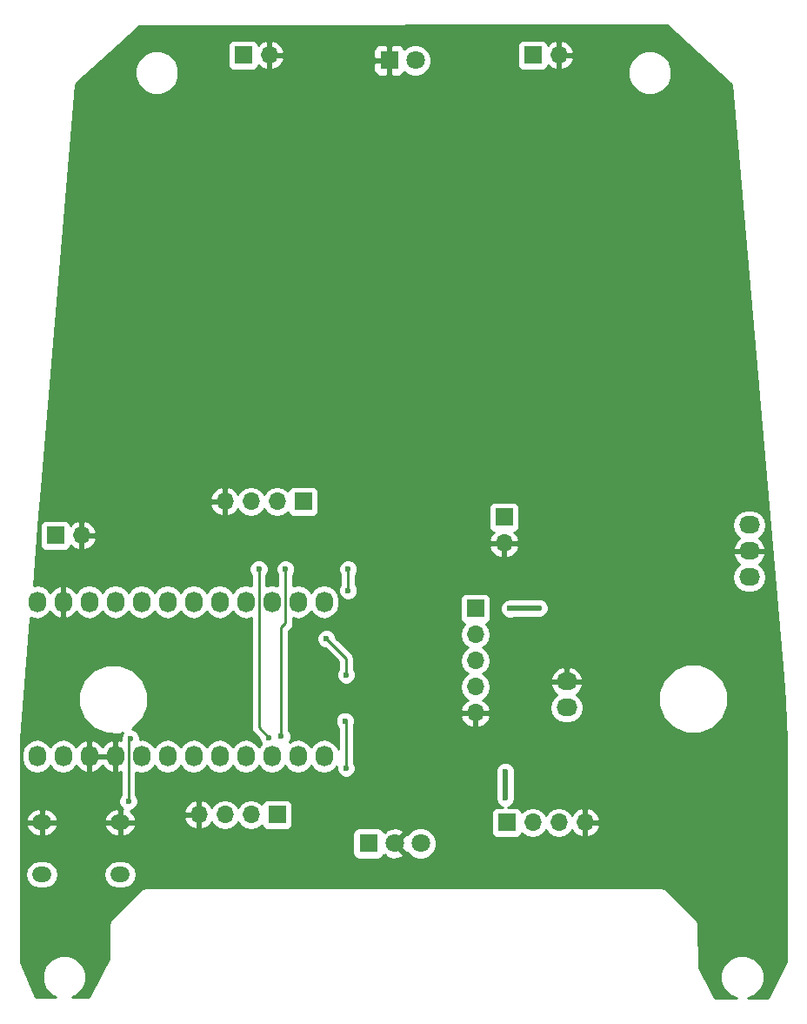
<source format=gbl>
G04 #@! TF.FileFunction,Copper,L2,Bot,Signal*
%FSLAX46Y46*%
G04 Gerber Fmt 4.6, Leading zero omitted, Abs format (unit mm)*
G04 Created by KiCad (PCBNEW 4.0.7-e2-6376~58~ubuntu14.04.1) date Tue Oct 30 11:41:08 2018*
%MOMM*%
%LPD*%
G01*
G04 APERTURE LIST*
%ADD10C,0.100000*%
%ADD11O,1.727200X2.032000*%
%ADD12O,2.032000X1.727200*%
%ADD13R,1.800000X1.800000*%
%ADD14C,1.800000*%
%ADD15R,1.700000X1.700000*%
%ADD16O,1.700000X1.700000*%
%ADD17O,1.900000X1.500000*%
%ADD18C,0.600000*%
%ADD19C,0.550000*%
%ADD20C,0.250000*%
%ADD21C,0.254000*%
G04 APERTURE END LIST*
D10*
D11*
X105410000Y-111098000D03*
X105410000Y-126138000D03*
X107950000Y-111098000D03*
X107950000Y-126138000D03*
X110490000Y-111098000D03*
X110490000Y-126138000D03*
X113030000Y-111098000D03*
X113030000Y-126138000D03*
X115570000Y-111098000D03*
X115570000Y-126138000D03*
X118110000Y-111098000D03*
X118110000Y-126138000D03*
X120650000Y-111098000D03*
X120650000Y-126138000D03*
X123190000Y-111098000D03*
X123190000Y-126138000D03*
X125730000Y-111098000D03*
X125730000Y-126138000D03*
X128270000Y-111098000D03*
X128270000Y-126138000D03*
X130810000Y-111098000D03*
X130810000Y-126138000D03*
X133350000Y-111098000D03*
X133350000Y-126138000D03*
D12*
X156972000Y-121412000D03*
X156972000Y-118872000D03*
X174752000Y-108712000D03*
X174752000Y-106172000D03*
X174752000Y-103632000D03*
D13*
X139700000Y-58420000D03*
D14*
X142240000Y-58420000D03*
D15*
X150876000Y-102870000D03*
D16*
X150876000Y-105410000D03*
D15*
X125476000Y-57912000D03*
D16*
X128016000Y-57912000D03*
D15*
X128778000Y-131826000D03*
D16*
X126238000Y-131826000D03*
X123698000Y-131826000D03*
X121158000Y-131826000D03*
D15*
X151130000Y-132588000D03*
D16*
X153670000Y-132588000D03*
X156210000Y-132588000D03*
X158750000Y-132588000D03*
D15*
X153670000Y-57912000D03*
D16*
X156210000Y-57912000D03*
D15*
X131318000Y-101346000D03*
D16*
X128778000Y-101346000D03*
X126238000Y-101346000D03*
X123698000Y-101346000D03*
D15*
X107188000Y-104648000D03*
D16*
X109728000Y-104648000D03*
D17*
X105890000Y-137640000D03*
X105890000Y-132560000D03*
X113510000Y-137640000D03*
X113510000Y-132560000D03*
D13*
X137668000Y-134620000D03*
D14*
X140208000Y-134620000D03*
X142748000Y-134620000D03*
D15*
X148082000Y-111760000D03*
D16*
X148082000Y-114300000D03*
X148082000Y-116840000D03*
X148082000Y-119380000D03*
X148082000Y-121920000D03*
D18*
X175900000Y-129600000D03*
X154300000Y-111700000D03*
X151440000Y-111760000D03*
X151000000Y-130200000D03*
X151000000Y-127600000D03*
X129200000Y-124200000D03*
X129600000Y-107900000D03*
X127000000Y-107900000D03*
X128000000Y-124300000D03*
X133600000Y-114700000D03*
X135500000Y-118200000D03*
X135700000Y-110000000D03*
X135700000Y-107900000D03*
X114300000Y-130500000D03*
X114500000Y-124400000D03*
X135400000Y-122700000D03*
X135500000Y-127300000D03*
D19*
X154300000Y-111700000D02*
X151500000Y-111700000D01*
X151440000Y-111760000D02*
X151500000Y-111700000D01*
X151000000Y-127600000D02*
X151000000Y-130200000D01*
D20*
X129600000Y-112500000D02*
X129600000Y-113200000D01*
X129600000Y-113200000D02*
X129200000Y-113600000D01*
X129200000Y-124200000D02*
X129200000Y-113600000D01*
X129600000Y-112500000D02*
X129600000Y-107900000D01*
X127000000Y-123300000D02*
X127000000Y-107900000D01*
X128000000Y-124300000D02*
X127000000Y-123300000D01*
X135500000Y-116600000D02*
X133600000Y-114700000D01*
X135500000Y-118200000D02*
X135500000Y-116600000D01*
X135700000Y-107900000D02*
X135700000Y-110000000D01*
X114300000Y-124600000D02*
X114300000Y-130500000D01*
X114500000Y-124400000D02*
X114300000Y-124600000D01*
X135500000Y-122800000D02*
X135400000Y-122700000D01*
X135500000Y-127300000D02*
X135500000Y-122800000D01*
D21*
G36*
X173016540Y-60737932D02*
X177992545Y-118360065D01*
X178191512Y-120747667D01*
X178390000Y-124618189D01*
X178390000Y-146128748D01*
X176565944Y-149690000D01*
X174651022Y-149690000D01*
X175277800Y-149431020D01*
X175878909Y-148830959D01*
X176204628Y-148046541D01*
X176205370Y-147197185D01*
X175881020Y-146412200D01*
X175280959Y-145811091D01*
X174496541Y-145485372D01*
X173647185Y-145484630D01*
X172862200Y-145808980D01*
X172261091Y-146409041D01*
X171935372Y-147193459D01*
X171934630Y-148042815D01*
X172258980Y-148827800D01*
X172859041Y-149428909D01*
X173487818Y-149690000D01*
X171433248Y-149690000D01*
X169906105Y-146720555D01*
X169809817Y-142483868D01*
X169781433Y-142356383D01*
X169755954Y-142228295D01*
X169751394Y-142221471D01*
X169749611Y-142213461D01*
X169674606Y-142106549D01*
X169602046Y-141997954D01*
X166702046Y-139097954D01*
X166471705Y-138944046D01*
X166200000Y-138890000D01*
X116000000Y-138890000D01*
X115728295Y-138944046D01*
X115497954Y-139097954D01*
X112597954Y-141997954D01*
X112444046Y-142228295D01*
X112390000Y-142500000D01*
X112390000Y-145828918D01*
X110465725Y-149590000D01*
X108858838Y-149590000D01*
X109267800Y-149421020D01*
X109868909Y-148820959D01*
X110194628Y-148036541D01*
X110195370Y-147187185D01*
X109871020Y-146402200D01*
X109270959Y-145801091D01*
X108486541Y-145475372D01*
X107637185Y-145474630D01*
X106852200Y-145798980D01*
X106251091Y-146399041D01*
X105925372Y-147183459D01*
X105924630Y-148032815D01*
X106248980Y-148817800D01*
X106849041Y-149418909D01*
X107261074Y-149590000D01*
X105269712Y-149590000D01*
X103810000Y-146155384D01*
X103810000Y-137640000D01*
X104273948Y-137640000D01*
X104379375Y-138170017D01*
X104679605Y-138619343D01*
X105128931Y-138919573D01*
X105658948Y-139025000D01*
X106121052Y-139025000D01*
X106651069Y-138919573D01*
X107100395Y-138619343D01*
X107400625Y-138170017D01*
X107506052Y-137640000D01*
X111893948Y-137640000D01*
X111999375Y-138170017D01*
X112299605Y-138619343D01*
X112748931Y-138919573D01*
X113278948Y-139025000D01*
X113741052Y-139025000D01*
X114271069Y-138919573D01*
X114720395Y-138619343D01*
X115020625Y-138170017D01*
X115126052Y-137640000D01*
X115020625Y-137109983D01*
X114720395Y-136660657D01*
X114271069Y-136360427D01*
X113741052Y-136255000D01*
X113278948Y-136255000D01*
X112748931Y-136360427D01*
X112299605Y-136660657D01*
X111999375Y-137109983D01*
X111893948Y-137640000D01*
X107506052Y-137640000D01*
X107400625Y-137109983D01*
X107100395Y-136660657D01*
X106651069Y-136360427D01*
X106121052Y-136255000D01*
X105658948Y-136255000D01*
X105128931Y-136360427D01*
X104679605Y-136660657D01*
X104379375Y-137109983D01*
X104273948Y-137640000D01*
X103810000Y-137640000D01*
X103810000Y-132901185D01*
X104347682Y-132901185D01*
X104357064Y-132955084D01*
X104609720Y-133435102D01*
X105026838Y-133781894D01*
X105544917Y-133942664D01*
X105763000Y-133789587D01*
X105763000Y-132687000D01*
X106017000Y-132687000D01*
X106017000Y-133789587D01*
X106235083Y-133942664D01*
X106753162Y-133781894D01*
X107170280Y-133435102D01*
X107422936Y-132955084D01*
X107432318Y-132901185D01*
X111967682Y-132901185D01*
X111977064Y-132955084D01*
X112229720Y-133435102D01*
X112646838Y-133781894D01*
X113164917Y-133942664D01*
X113383000Y-133789587D01*
X113383000Y-132687000D01*
X113637000Y-132687000D01*
X113637000Y-133789587D01*
X113855083Y-133942664D01*
X114373162Y-133781894D01*
X114447607Y-133720000D01*
X136120560Y-133720000D01*
X136120560Y-135520000D01*
X136164838Y-135755317D01*
X136303910Y-135971441D01*
X136516110Y-136116431D01*
X136768000Y-136167440D01*
X138568000Y-136167440D01*
X138803317Y-136123162D01*
X139019441Y-135984090D01*
X139158598Y-135780426D01*
X139192890Y-135814718D01*
X139307447Y-135700161D01*
X139393852Y-135956643D01*
X139967336Y-136166458D01*
X140577460Y-136140839D01*
X141022148Y-135956643D01*
X141108554Y-135700159D01*
X140208000Y-134799605D01*
X140193858Y-134813748D01*
X140014253Y-134634143D01*
X140028395Y-134620000D01*
X140387605Y-134620000D01*
X141288159Y-135520554D01*
X141438327Y-135469965D01*
X141445932Y-135488371D01*
X141877357Y-135920551D01*
X142441330Y-136154733D01*
X143051991Y-136155265D01*
X143616371Y-135922068D01*
X144048551Y-135490643D01*
X144282733Y-134926670D01*
X144283265Y-134316009D01*
X144050068Y-133751629D01*
X143618643Y-133319449D01*
X143054670Y-133085267D01*
X142444009Y-133084735D01*
X141879629Y-133317932D01*
X141447449Y-133749357D01*
X141438797Y-133770194D01*
X141288159Y-133719446D01*
X140387605Y-134620000D01*
X140028395Y-134620000D01*
X140014253Y-134605858D01*
X140193858Y-134426253D01*
X140208000Y-134440395D01*
X141108554Y-133539841D01*
X141022148Y-133283357D01*
X140448664Y-133073542D01*
X139838540Y-133099161D01*
X139393852Y-133283357D01*
X139307447Y-133539839D01*
X139192890Y-133425282D01*
X139156412Y-133461760D01*
X139032090Y-133268559D01*
X138819890Y-133123569D01*
X138568000Y-133072560D01*
X136768000Y-133072560D01*
X136532683Y-133116838D01*
X136316559Y-133255910D01*
X136171569Y-133468110D01*
X136120560Y-133720000D01*
X114447607Y-133720000D01*
X114790280Y-133435102D01*
X115042936Y-132955084D01*
X115052318Y-132901185D01*
X114929656Y-132687000D01*
X113637000Y-132687000D01*
X113383000Y-132687000D01*
X112090344Y-132687000D01*
X111967682Y-132901185D01*
X107432318Y-132901185D01*
X107309656Y-132687000D01*
X106017000Y-132687000D01*
X105763000Y-132687000D01*
X104470344Y-132687000D01*
X104347682Y-132901185D01*
X103810000Y-132901185D01*
X103810000Y-132218815D01*
X104347682Y-132218815D01*
X104470344Y-132433000D01*
X105763000Y-132433000D01*
X105763000Y-131330413D01*
X106017000Y-131330413D01*
X106017000Y-132433000D01*
X107309656Y-132433000D01*
X107432318Y-132218815D01*
X111967682Y-132218815D01*
X112090344Y-132433000D01*
X113383000Y-132433000D01*
X113383000Y-131330413D01*
X113164917Y-131177336D01*
X112646838Y-131338106D01*
X112229720Y-131684898D01*
X111977064Y-132164916D01*
X111967682Y-132218815D01*
X107432318Y-132218815D01*
X107422936Y-132164916D01*
X107170280Y-131684898D01*
X106753162Y-131338106D01*
X106235083Y-131177336D01*
X106017000Y-131330413D01*
X105763000Y-131330413D01*
X105544917Y-131177336D01*
X105026838Y-131338106D01*
X104609720Y-131684898D01*
X104357064Y-132164916D01*
X104347682Y-132218815D01*
X103810000Y-132218815D01*
X103810000Y-125953255D01*
X103911400Y-125953255D01*
X103911400Y-126322745D01*
X104025474Y-126896234D01*
X104350330Y-127382415D01*
X104836511Y-127707271D01*
X105410000Y-127821345D01*
X105983489Y-127707271D01*
X106469670Y-127382415D01*
X106680000Y-127067634D01*
X106890330Y-127382415D01*
X107376511Y-127707271D01*
X107950000Y-127821345D01*
X108523489Y-127707271D01*
X109009670Y-127382415D01*
X109216461Y-127072931D01*
X109587964Y-127488732D01*
X110115209Y-127742709D01*
X110130974Y-127745358D01*
X110363000Y-127624217D01*
X110363000Y-126265000D01*
X110617000Y-126265000D01*
X110617000Y-127624217D01*
X110849026Y-127745358D01*
X110864791Y-127742709D01*
X111392036Y-127488732D01*
X111760000Y-127076892D01*
X112127964Y-127488732D01*
X112655209Y-127742709D01*
X112670974Y-127745358D01*
X112903000Y-127624217D01*
X112903000Y-126265000D01*
X110617000Y-126265000D01*
X110363000Y-126265000D01*
X110343000Y-126265000D01*
X110343000Y-126011000D01*
X110363000Y-126011000D01*
X110363000Y-124651783D01*
X110617000Y-124651783D01*
X110617000Y-126011000D01*
X112903000Y-126011000D01*
X112903000Y-124651783D01*
X112670974Y-124530642D01*
X112655209Y-124533291D01*
X112127964Y-124787268D01*
X111760000Y-125199108D01*
X111392036Y-124787268D01*
X110864791Y-124533291D01*
X110849026Y-124530642D01*
X110617000Y-124651783D01*
X110363000Y-124651783D01*
X110130974Y-124530642D01*
X110115209Y-124533291D01*
X109587964Y-124787268D01*
X109216461Y-125203069D01*
X109009670Y-124893585D01*
X108523489Y-124568729D01*
X107950000Y-124454655D01*
X107376511Y-124568729D01*
X106890330Y-124893585D01*
X106680000Y-125208366D01*
X106469670Y-124893585D01*
X105983489Y-124568729D01*
X105410000Y-124454655D01*
X104836511Y-124568729D01*
X104350330Y-124893585D01*
X104025474Y-125379766D01*
X103911400Y-125953255D01*
X103810000Y-125953255D01*
X103810000Y-124429898D01*
X104804288Y-112645740D01*
X104836511Y-112667271D01*
X105410000Y-112781345D01*
X105983489Y-112667271D01*
X106469670Y-112342415D01*
X106676461Y-112032931D01*
X107047964Y-112448732D01*
X107575209Y-112702709D01*
X107590974Y-112705358D01*
X107823000Y-112584217D01*
X107823000Y-111225000D01*
X107803000Y-111225000D01*
X107803000Y-110971000D01*
X107823000Y-110971000D01*
X107823000Y-109611783D01*
X108077000Y-109611783D01*
X108077000Y-110971000D01*
X108097000Y-110971000D01*
X108097000Y-111225000D01*
X108077000Y-111225000D01*
X108077000Y-112584217D01*
X108309026Y-112705358D01*
X108324791Y-112702709D01*
X108852036Y-112448732D01*
X109223539Y-112032931D01*
X109430330Y-112342415D01*
X109916511Y-112667271D01*
X110490000Y-112781345D01*
X111063489Y-112667271D01*
X111549670Y-112342415D01*
X111760000Y-112027634D01*
X111970330Y-112342415D01*
X112456511Y-112667271D01*
X113030000Y-112781345D01*
X113603489Y-112667271D01*
X114089670Y-112342415D01*
X114300000Y-112027634D01*
X114510330Y-112342415D01*
X114996511Y-112667271D01*
X115570000Y-112781345D01*
X116143489Y-112667271D01*
X116629670Y-112342415D01*
X116840000Y-112027634D01*
X117050330Y-112342415D01*
X117536511Y-112667271D01*
X118110000Y-112781345D01*
X118683489Y-112667271D01*
X119169670Y-112342415D01*
X119380000Y-112027634D01*
X119590330Y-112342415D01*
X120076511Y-112667271D01*
X120650000Y-112781345D01*
X121223489Y-112667271D01*
X121709670Y-112342415D01*
X121920000Y-112027634D01*
X122130330Y-112342415D01*
X122616511Y-112667271D01*
X123190000Y-112781345D01*
X123763489Y-112667271D01*
X124249670Y-112342415D01*
X124460000Y-112027634D01*
X124670330Y-112342415D01*
X125156511Y-112667271D01*
X125730000Y-112781345D01*
X126240000Y-112679900D01*
X126240000Y-123300000D01*
X126297852Y-123590839D01*
X126462599Y-123837401D01*
X127064878Y-124439680D01*
X127064838Y-124485167D01*
X127206883Y-124828943D01*
X127246972Y-124869102D01*
X127210330Y-124893585D01*
X127000000Y-125208366D01*
X126789670Y-124893585D01*
X126303489Y-124568729D01*
X125730000Y-124454655D01*
X125156511Y-124568729D01*
X124670330Y-124893585D01*
X124460000Y-125208366D01*
X124249670Y-124893585D01*
X123763489Y-124568729D01*
X123190000Y-124454655D01*
X122616511Y-124568729D01*
X122130330Y-124893585D01*
X121920000Y-125208366D01*
X121709670Y-124893585D01*
X121223489Y-124568729D01*
X120650000Y-124454655D01*
X120076511Y-124568729D01*
X119590330Y-124893585D01*
X119380000Y-125208366D01*
X119169670Y-124893585D01*
X118683489Y-124568729D01*
X118110000Y-124454655D01*
X117536511Y-124568729D01*
X117050330Y-124893585D01*
X116840000Y-125208366D01*
X116629670Y-124893585D01*
X116143489Y-124568729D01*
X115570000Y-124454655D01*
X115434930Y-124481522D01*
X115435162Y-124214833D01*
X115293117Y-123871057D01*
X115030327Y-123607808D01*
X114686799Y-123465162D01*
X114677302Y-123465154D01*
X114734943Y-123441337D01*
X115687990Y-122489952D01*
X116204411Y-121246272D01*
X116205586Y-119899636D01*
X115691337Y-118655057D01*
X114739952Y-117702010D01*
X113496272Y-117185589D01*
X112149636Y-117184414D01*
X110905057Y-117698663D01*
X109952010Y-118650048D01*
X109435589Y-119893728D01*
X109434414Y-121240364D01*
X109948663Y-122484943D01*
X110900048Y-123437990D01*
X112143728Y-123954411D01*
X113490364Y-123955586D01*
X113714530Y-123862963D01*
X113707808Y-123869673D01*
X113565162Y-124213201D01*
X113564934Y-124474648D01*
X113540286Y-124598560D01*
X113404791Y-124533291D01*
X113389026Y-124530642D01*
X113157000Y-124651783D01*
X113157000Y-126011000D01*
X113177000Y-126011000D01*
X113177000Y-126265000D01*
X113157000Y-126265000D01*
X113157000Y-127624217D01*
X113389026Y-127745358D01*
X113404791Y-127742709D01*
X113540000Y-127677578D01*
X113540000Y-129937537D01*
X113507808Y-129969673D01*
X113365162Y-130313201D01*
X113364838Y-130685167D01*
X113506883Y-131028943D01*
X113737446Y-131259908D01*
X113637000Y-131330413D01*
X113637000Y-132433000D01*
X114929656Y-132433000D01*
X115052318Y-132218815D01*
X115046066Y-132182892D01*
X119716514Y-132182892D01*
X119962817Y-132707358D01*
X120391076Y-133097645D01*
X120801110Y-133267476D01*
X121031000Y-133146155D01*
X121031000Y-131953000D01*
X119837181Y-131953000D01*
X119716514Y-132182892D01*
X115046066Y-132182892D01*
X115042936Y-132164916D01*
X114790280Y-131684898D01*
X114530730Y-131469108D01*
X119716514Y-131469108D01*
X119837181Y-131699000D01*
X121031000Y-131699000D01*
X121031000Y-130505845D01*
X121285000Y-130505845D01*
X121285000Y-131699000D01*
X121305000Y-131699000D01*
X121305000Y-131953000D01*
X121285000Y-131953000D01*
X121285000Y-133146155D01*
X121514890Y-133267476D01*
X121924924Y-133097645D01*
X122353183Y-132707358D01*
X122420298Y-132564447D01*
X122647946Y-132905147D01*
X123129715Y-133227054D01*
X123698000Y-133340093D01*
X124266285Y-133227054D01*
X124748054Y-132905147D01*
X124968000Y-132575974D01*
X125187946Y-132905147D01*
X125669715Y-133227054D01*
X126238000Y-133340093D01*
X126806285Y-133227054D01*
X127288054Y-132905147D01*
X127315850Y-132863548D01*
X127324838Y-132911317D01*
X127463910Y-133127441D01*
X127676110Y-133272431D01*
X127928000Y-133323440D01*
X129628000Y-133323440D01*
X129863317Y-133279162D01*
X130079441Y-133140090D01*
X130224431Y-132927890D01*
X130275440Y-132676000D01*
X130275440Y-131738000D01*
X149632560Y-131738000D01*
X149632560Y-133438000D01*
X149676838Y-133673317D01*
X149815910Y-133889441D01*
X150028110Y-134034431D01*
X150280000Y-134085440D01*
X151980000Y-134085440D01*
X152215317Y-134041162D01*
X152431441Y-133902090D01*
X152576431Y-133689890D01*
X152590086Y-133622459D01*
X152619946Y-133667147D01*
X153101715Y-133989054D01*
X153670000Y-134102093D01*
X154238285Y-133989054D01*
X154720054Y-133667147D01*
X154940000Y-133337974D01*
X155159946Y-133667147D01*
X155641715Y-133989054D01*
X156210000Y-134102093D01*
X156778285Y-133989054D01*
X157260054Y-133667147D01*
X157487702Y-133326447D01*
X157554817Y-133469358D01*
X157983076Y-133859645D01*
X158393110Y-134029476D01*
X158623000Y-133908155D01*
X158623000Y-132715000D01*
X158877000Y-132715000D01*
X158877000Y-133908155D01*
X159106890Y-134029476D01*
X159516924Y-133859645D01*
X159945183Y-133469358D01*
X160191486Y-132944892D01*
X160070819Y-132715000D01*
X158877000Y-132715000D01*
X158623000Y-132715000D01*
X158603000Y-132715000D01*
X158603000Y-132461000D01*
X158623000Y-132461000D01*
X158623000Y-131267845D01*
X158877000Y-131267845D01*
X158877000Y-132461000D01*
X160070819Y-132461000D01*
X160191486Y-132231108D01*
X159945183Y-131706642D01*
X159516924Y-131316355D01*
X159106890Y-131146524D01*
X158877000Y-131267845D01*
X158623000Y-131267845D01*
X158393110Y-131146524D01*
X157983076Y-131316355D01*
X157554817Y-131706642D01*
X157487702Y-131849553D01*
X157260054Y-131508853D01*
X156778285Y-131186946D01*
X156210000Y-131073907D01*
X155641715Y-131186946D01*
X155159946Y-131508853D01*
X154940000Y-131838026D01*
X154720054Y-131508853D01*
X154238285Y-131186946D01*
X153670000Y-131073907D01*
X153101715Y-131186946D01*
X152619946Y-131508853D01*
X152592150Y-131550452D01*
X152583162Y-131502683D01*
X152444090Y-131286559D01*
X152231890Y-131141569D01*
X151980000Y-131090560D01*
X151293112Y-131090560D01*
X151528943Y-130993117D01*
X151792192Y-130730327D01*
X151934838Y-130386799D01*
X151935162Y-130014833D01*
X151910000Y-129953936D01*
X151910000Y-127846615D01*
X151934838Y-127786799D01*
X151935162Y-127414833D01*
X151793117Y-127071057D01*
X151530327Y-126807808D01*
X151186799Y-126665162D01*
X150814833Y-126664838D01*
X150471057Y-126806883D01*
X150207808Y-127069673D01*
X150065162Y-127413201D01*
X150064838Y-127785167D01*
X150090000Y-127846064D01*
X150090000Y-129953385D01*
X150065162Y-130013201D01*
X150064838Y-130385167D01*
X150206883Y-130728943D01*
X150469673Y-130992192D01*
X150706568Y-131090560D01*
X150280000Y-131090560D01*
X150044683Y-131134838D01*
X149828559Y-131273910D01*
X149683569Y-131486110D01*
X149632560Y-131738000D01*
X130275440Y-131738000D01*
X130275440Y-130976000D01*
X130231162Y-130740683D01*
X130092090Y-130524559D01*
X129879890Y-130379569D01*
X129628000Y-130328560D01*
X127928000Y-130328560D01*
X127692683Y-130372838D01*
X127476559Y-130511910D01*
X127331569Y-130724110D01*
X127317914Y-130791541D01*
X127288054Y-130746853D01*
X126806285Y-130424946D01*
X126238000Y-130311907D01*
X125669715Y-130424946D01*
X125187946Y-130746853D01*
X124968000Y-131076026D01*
X124748054Y-130746853D01*
X124266285Y-130424946D01*
X123698000Y-130311907D01*
X123129715Y-130424946D01*
X122647946Y-130746853D01*
X122420298Y-131087553D01*
X122353183Y-130944642D01*
X121924924Y-130554355D01*
X121514890Y-130384524D01*
X121285000Y-130505845D01*
X121031000Y-130505845D01*
X120801110Y-130384524D01*
X120391076Y-130554355D01*
X119962817Y-130944642D01*
X119716514Y-131469108D01*
X114530730Y-131469108D01*
X114488329Y-131433856D01*
X114828943Y-131293117D01*
X115092192Y-131030327D01*
X115234838Y-130686799D01*
X115235162Y-130314833D01*
X115093117Y-129971057D01*
X115060000Y-129937882D01*
X115060000Y-127719900D01*
X115570000Y-127821345D01*
X116143489Y-127707271D01*
X116629670Y-127382415D01*
X116840000Y-127067634D01*
X117050330Y-127382415D01*
X117536511Y-127707271D01*
X118110000Y-127821345D01*
X118683489Y-127707271D01*
X119169670Y-127382415D01*
X119380000Y-127067634D01*
X119590330Y-127382415D01*
X120076511Y-127707271D01*
X120650000Y-127821345D01*
X121223489Y-127707271D01*
X121709670Y-127382415D01*
X121920000Y-127067634D01*
X122130330Y-127382415D01*
X122616511Y-127707271D01*
X123190000Y-127821345D01*
X123763489Y-127707271D01*
X124249670Y-127382415D01*
X124460000Y-127067634D01*
X124670330Y-127382415D01*
X125156511Y-127707271D01*
X125730000Y-127821345D01*
X126303489Y-127707271D01*
X126789670Y-127382415D01*
X127000000Y-127067634D01*
X127210330Y-127382415D01*
X127696511Y-127707271D01*
X128270000Y-127821345D01*
X128843489Y-127707271D01*
X129329670Y-127382415D01*
X129540000Y-127067634D01*
X129750330Y-127382415D01*
X130236511Y-127707271D01*
X130810000Y-127821345D01*
X131383489Y-127707271D01*
X131869670Y-127382415D01*
X132080000Y-127067634D01*
X132290330Y-127382415D01*
X132776511Y-127707271D01*
X133350000Y-127821345D01*
X133923489Y-127707271D01*
X134409670Y-127382415D01*
X134565130Y-127149753D01*
X134564838Y-127485167D01*
X134706883Y-127828943D01*
X134969673Y-128092192D01*
X135313201Y-128234838D01*
X135685167Y-128235162D01*
X136028943Y-128093117D01*
X136292192Y-127830327D01*
X136434838Y-127486799D01*
X136435162Y-127114833D01*
X136293117Y-126771057D01*
X136260000Y-126737882D01*
X136260000Y-123067028D01*
X136334838Y-122886799D01*
X136335162Y-122514833D01*
X136236847Y-122276890D01*
X146640524Y-122276890D01*
X146810355Y-122686924D01*
X147200642Y-123115183D01*
X147725108Y-123361486D01*
X147955000Y-123240819D01*
X147955000Y-122047000D01*
X148209000Y-122047000D01*
X148209000Y-123240819D01*
X148438892Y-123361486D01*
X148963358Y-123115183D01*
X149353645Y-122686924D01*
X149523476Y-122276890D01*
X149402155Y-122047000D01*
X148209000Y-122047000D01*
X147955000Y-122047000D01*
X146761845Y-122047000D01*
X146640524Y-122276890D01*
X136236847Y-122276890D01*
X136193117Y-122171057D01*
X135930327Y-121907808D01*
X135586799Y-121765162D01*
X135214833Y-121764838D01*
X134871057Y-121906883D01*
X134607808Y-122169673D01*
X134465162Y-122513201D01*
X134464838Y-122885167D01*
X134606883Y-123228943D01*
X134740000Y-123362293D01*
X134740000Y-125407286D01*
X134734526Y-125379766D01*
X134409670Y-124893585D01*
X133923489Y-124568729D01*
X133350000Y-124454655D01*
X132776511Y-124568729D01*
X132290330Y-124893585D01*
X132080000Y-125208366D01*
X131869670Y-124893585D01*
X131383489Y-124568729D01*
X130810000Y-124454655D01*
X130236511Y-124568729D01*
X129987191Y-124735320D01*
X129992192Y-124730327D01*
X130134838Y-124386799D01*
X130135162Y-124014833D01*
X129993117Y-123671057D01*
X129960000Y-123637882D01*
X129960000Y-114885167D01*
X132664838Y-114885167D01*
X132806883Y-115228943D01*
X133069673Y-115492192D01*
X133413201Y-115634838D01*
X133460077Y-115634879D01*
X134740000Y-116914802D01*
X134740000Y-117637537D01*
X134707808Y-117669673D01*
X134565162Y-118013201D01*
X134564838Y-118385167D01*
X134706883Y-118728943D01*
X134969673Y-118992192D01*
X135313201Y-119134838D01*
X135685167Y-119135162D01*
X136028943Y-118993117D01*
X136292192Y-118730327D01*
X136434838Y-118386799D01*
X136435162Y-118014833D01*
X136293117Y-117671057D01*
X136260000Y-117637882D01*
X136260000Y-116600000D01*
X136202148Y-116309161D01*
X136037401Y-116062599D01*
X134535122Y-114560320D01*
X134535162Y-114514833D01*
X134446396Y-114300000D01*
X146567907Y-114300000D01*
X146680946Y-114868285D01*
X147002853Y-115350054D01*
X147332026Y-115570000D01*
X147002853Y-115789946D01*
X146680946Y-116271715D01*
X146567907Y-116840000D01*
X146680946Y-117408285D01*
X147002853Y-117890054D01*
X147332026Y-118110000D01*
X147002853Y-118329946D01*
X146680946Y-118811715D01*
X146567907Y-119380000D01*
X146680946Y-119948285D01*
X147002853Y-120430054D01*
X147343553Y-120657702D01*
X147200642Y-120724817D01*
X146810355Y-121153076D01*
X146640524Y-121563110D01*
X146761845Y-121793000D01*
X147955000Y-121793000D01*
X147955000Y-121773000D01*
X148209000Y-121773000D01*
X148209000Y-121793000D01*
X149402155Y-121793000D01*
X149523476Y-121563110D01*
X149460889Y-121412000D01*
X155288655Y-121412000D01*
X155402729Y-121985489D01*
X155727585Y-122471670D01*
X156213766Y-122796526D01*
X156787255Y-122910600D01*
X157156745Y-122910600D01*
X157730234Y-122796526D01*
X158216415Y-122471670D01*
X158541271Y-121985489D01*
X158655345Y-121412000D01*
X158619216Y-121230364D01*
X165934414Y-121230364D01*
X166448663Y-122474943D01*
X167400048Y-123427990D01*
X168643728Y-123944411D01*
X169990364Y-123945586D01*
X171234943Y-123431337D01*
X172187990Y-122479952D01*
X172704411Y-121236272D01*
X172705586Y-119889636D01*
X172191337Y-118645057D01*
X171239952Y-117692010D01*
X169996272Y-117175589D01*
X168649636Y-117174414D01*
X167405057Y-117688663D01*
X166452010Y-118640048D01*
X165935589Y-119883728D01*
X165934414Y-121230364D01*
X158619216Y-121230364D01*
X158541271Y-120838511D01*
X158216415Y-120352330D01*
X157906931Y-120145539D01*
X158322732Y-119774036D01*
X158576709Y-119246791D01*
X158579358Y-119231026D01*
X158458217Y-118999000D01*
X157099000Y-118999000D01*
X157099000Y-119019000D01*
X156845000Y-119019000D01*
X156845000Y-118999000D01*
X155485783Y-118999000D01*
X155364642Y-119231026D01*
X155367291Y-119246791D01*
X155621268Y-119774036D01*
X156037069Y-120145539D01*
X155727585Y-120352330D01*
X155402729Y-120838511D01*
X155288655Y-121412000D01*
X149460889Y-121412000D01*
X149353645Y-121153076D01*
X148963358Y-120724817D01*
X148820447Y-120657702D01*
X149161147Y-120430054D01*
X149483054Y-119948285D01*
X149596093Y-119380000D01*
X149483054Y-118811715D01*
X149283443Y-118512974D01*
X155364642Y-118512974D01*
X155485783Y-118745000D01*
X156845000Y-118745000D01*
X156845000Y-117531076D01*
X157099000Y-117531076D01*
X157099000Y-118745000D01*
X158458217Y-118745000D01*
X158579358Y-118512974D01*
X158576709Y-118497209D01*
X158322732Y-117969964D01*
X157886320Y-117580046D01*
X157333913Y-117386816D01*
X157099000Y-117531076D01*
X156845000Y-117531076D01*
X156610087Y-117386816D01*
X156057680Y-117580046D01*
X155621268Y-117969964D01*
X155367291Y-118497209D01*
X155364642Y-118512974D01*
X149283443Y-118512974D01*
X149161147Y-118329946D01*
X148831974Y-118110000D01*
X149161147Y-117890054D01*
X149483054Y-117408285D01*
X149596093Y-116840000D01*
X149483054Y-116271715D01*
X149161147Y-115789946D01*
X148831974Y-115570000D01*
X149161147Y-115350054D01*
X149483054Y-114868285D01*
X149596093Y-114300000D01*
X149483054Y-113731715D01*
X149161147Y-113249946D01*
X149119548Y-113222150D01*
X149167317Y-113213162D01*
X149383441Y-113074090D01*
X149528431Y-112861890D01*
X149579440Y-112610000D01*
X149579440Y-111945167D01*
X150504838Y-111945167D01*
X150646883Y-112288943D01*
X150909673Y-112552192D01*
X151253201Y-112694838D01*
X151625167Y-112695162D01*
X151831275Y-112610000D01*
X154053385Y-112610000D01*
X154113201Y-112634838D01*
X154485167Y-112635162D01*
X154828943Y-112493117D01*
X155092192Y-112230327D01*
X155234838Y-111886799D01*
X155235162Y-111514833D01*
X155093117Y-111171057D01*
X154830327Y-110907808D01*
X154486799Y-110765162D01*
X154114833Y-110764838D01*
X154053936Y-110790000D01*
X151500000Y-110790000D01*
X151324553Y-110824899D01*
X151254833Y-110824838D01*
X151189828Y-110851697D01*
X151151758Y-110859270D01*
X151119766Y-110880646D01*
X150911057Y-110966883D01*
X150647808Y-111229673D01*
X150505162Y-111573201D01*
X150504838Y-111945167D01*
X149579440Y-111945167D01*
X149579440Y-110910000D01*
X149535162Y-110674683D01*
X149396090Y-110458559D01*
X149183890Y-110313569D01*
X148932000Y-110262560D01*
X147232000Y-110262560D01*
X146996683Y-110306838D01*
X146780559Y-110445910D01*
X146635569Y-110658110D01*
X146584560Y-110910000D01*
X146584560Y-112610000D01*
X146628838Y-112845317D01*
X146767910Y-113061441D01*
X146980110Y-113206431D01*
X147047541Y-113220086D01*
X147002853Y-113249946D01*
X146680946Y-113731715D01*
X146567907Y-114300000D01*
X134446396Y-114300000D01*
X134393117Y-114171057D01*
X134130327Y-113907808D01*
X133786799Y-113765162D01*
X133414833Y-113764838D01*
X133071057Y-113906883D01*
X132807808Y-114169673D01*
X132665162Y-114513201D01*
X132664838Y-114885167D01*
X129960000Y-114885167D01*
X129960000Y-113914802D01*
X130137401Y-113737401D01*
X130302148Y-113490840D01*
X130338286Y-113309161D01*
X130360000Y-113200000D01*
X130360000Y-112691834D01*
X130810000Y-112781345D01*
X131383489Y-112667271D01*
X131869670Y-112342415D01*
X132080000Y-112027634D01*
X132290330Y-112342415D01*
X132776511Y-112667271D01*
X133350000Y-112781345D01*
X133923489Y-112667271D01*
X134409670Y-112342415D01*
X134734526Y-111856234D01*
X134848600Y-111282745D01*
X134848600Y-110913255D01*
X134734526Y-110339766D01*
X134409670Y-109853585D01*
X133923489Y-109528729D01*
X133350000Y-109414655D01*
X132776511Y-109528729D01*
X132290330Y-109853585D01*
X132080000Y-110168366D01*
X131869670Y-109853585D01*
X131383489Y-109528729D01*
X130810000Y-109414655D01*
X130360000Y-109504166D01*
X130360000Y-108462463D01*
X130392192Y-108430327D01*
X130534838Y-108086799D01*
X130534839Y-108085167D01*
X134764838Y-108085167D01*
X134906883Y-108428943D01*
X134940000Y-108462118D01*
X134940000Y-109437537D01*
X134907808Y-109469673D01*
X134765162Y-109813201D01*
X134764838Y-110185167D01*
X134906883Y-110528943D01*
X135169673Y-110792192D01*
X135513201Y-110934838D01*
X135885167Y-110935162D01*
X136228943Y-110793117D01*
X136492192Y-110530327D01*
X136634838Y-110186799D01*
X136635162Y-109814833D01*
X136493117Y-109471057D01*
X136460000Y-109437882D01*
X136460000Y-108712000D01*
X173068655Y-108712000D01*
X173182729Y-109285489D01*
X173507585Y-109771670D01*
X173993766Y-110096526D01*
X174567255Y-110210600D01*
X174936745Y-110210600D01*
X175510234Y-110096526D01*
X175996415Y-109771670D01*
X176321271Y-109285489D01*
X176435345Y-108712000D01*
X176321271Y-108138511D01*
X175996415Y-107652330D01*
X175686931Y-107445539D01*
X176102732Y-107074036D01*
X176356709Y-106546791D01*
X176359358Y-106531026D01*
X176238217Y-106299000D01*
X174879000Y-106299000D01*
X174879000Y-106319000D01*
X174625000Y-106319000D01*
X174625000Y-106299000D01*
X173265783Y-106299000D01*
X173144642Y-106531026D01*
X173147291Y-106546791D01*
X173401268Y-107074036D01*
X173817069Y-107445539D01*
X173507585Y-107652330D01*
X173182729Y-108138511D01*
X173068655Y-108712000D01*
X136460000Y-108712000D01*
X136460000Y-108462463D01*
X136492192Y-108430327D01*
X136634838Y-108086799D01*
X136635162Y-107714833D01*
X136493117Y-107371057D01*
X136230327Y-107107808D01*
X135886799Y-106965162D01*
X135514833Y-106964838D01*
X135171057Y-107106883D01*
X134907808Y-107369673D01*
X134765162Y-107713201D01*
X134764838Y-108085167D01*
X130534839Y-108085167D01*
X130535162Y-107714833D01*
X130393117Y-107371057D01*
X130130327Y-107107808D01*
X129786799Y-106965162D01*
X129414833Y-106964838D01*
X129071057Y-107106883D01*
X128807808Y-107369673D01*
X128665162Y-107713201D01*
X128664838Y-108085167D01*
X128806883Y-108428943D01*
X128840000Y-108462118D01*
X128840000Y-109528035D01*
X128270000Y-109414655D01*
X127760000Y-109516100D01*
X127760000Y-108462463D01*
X127792192Y-108430327D01*
X127934838Y-108086799D01*
X127935162Y-107714833D01*
X127793117Y-107371057D01*
X127530327Y-107107808D01*
X127186799Y-106965162D01*
X126814833Y-106964838D01*
X126471057Y-107106883D01*
X126207808Y-107369673D01*
X126065162Y-107713201D01*
X126064838Y-108085167D01*
X126206883Y-108428943D01*
X126240000Y-108462118D01*
X126240000Y-109516100D01*
X125730000Y-109414655D01*
X125156511Y-109528729D01*
X124670330Y-109853585D01*
X124460000Y-110168366D01*
X124249670Y-109853585D01*
X123763489Y-109528729D01*
X123190000Y-109414655D01*
X122616511Y-109528729D01*
X122130330Y-109853585D01*
X121920000Y-110168366D01*
X121709670Y-109853585D01*
X121223489Y-109528729D01*
X120650000Y-109414655D01*
X120076511Y-109528729D01*
X119590330Y-109853585D01*
X119380000Y-110168366D01*
X119169670Y-109853585D01*
X118683489Y-109528729D01*
X118110000Y-109414655D01*
X117536511Y-109528729D01*
X117050330Y-109853585D01*
X116840000Y-110168366D01*
X116629670Y-109853585D01*
X116143489Y-109528729D01*
X115570000Y-109414655D01*
X114996511Y-109528729D01*
X114510330Y-109853585D01*
X114300000Y-110168366D01*
X114089670Y-109853585D01*
X113603489Y-109528729D01*
X113030000Y-109414655D01*
X112456511Y-109528729D01*
X111970330Y-109853585D01*
X111760000Y-110168366D01*
X111549670Y-109853585D01*
X111063489Y-109528729D01*
X110490000Y-109414655D01*
X109916511Y-109528729D01*
X109430330Y-109853585D01*
X109223539Y-110163069D01*
X108852036Y-109747268D01*
X108324791Y-109493291D01*
X108309026Y-109490642D01*
X108077000Y-109611783D01*
X107823000Y-109611783D01*
X107590974Y-109490642D01*
X107575209Y-109493291D01*
X107047964Y-109747268D01*
X106676461Y-110163069D01*
X106469670Y-109853585D01*
X105983489Y-109528729D01*
X105410000Y-109414655D01*
X105071225Y-109482041D01*
X105550816Y-103798000D01*
X105690560Y-103798000D01*
X105690560Y-105498000D01*
X105734838Y-105733317D01*
X105873910Y-105949441D01*
X106086110Y-106094431D01*
X106338000Y-106145440D01*
X108038000Y-106145440D01*
X108273317Y-106101162D01*
X108489441Y-105962090D01*
X108634431Y-105749890D01*
X108656301Y-105641893D01*
X108961076Y-105919645D01*
X109371110Y-106089476D01*
X109601000Y-105968155D01*
X109601000Y-104775000D01*
X109855000Y-104775000D01*
X109855000Y-105968155D01*
X110084890Y-106089476D01*
X110494924Y-105919645D01*
X110662540Y-105766890D01*
X149434524Y-105766890D01*
X149604355Y-106176924D01*
X149994642Y-106605183D01*
X150519108Y-106851486D01*
X150749000Y-106730819D01*
X150749000Y-105537000D01*
X151003000Y-105537000D01*
X151003000Y-106730819D01*
X151232892Y-106851486D01*
X151757358Y-106605183D01*
X152147645Y-106176924D01*
X152317476Y-105766890D01*
X152196155Y-105537000D01*
X151003000Y-105537000D01*
X150749000Y-105537000D01*
X149555845Y-105537000D01*
X149434524Y-105766890D01*
X110662540Y-105766890D01*
X110923183Y-105529358D01*
X111169486Y-105004892D01*
X111048819Y-104775000D01*
X109855000Y-104775000D01*
X109601000Y-104775000D01*
X109581000Y-104775000D01*
X109581000Y-104521000D01*
X109601000Y-104521000D01*
X109601000Y-103327845D01*
X109855000Y-103327845D01*
X109855000Y-104521000D01*
X111048819Y-104521000D01*
X111169486Y-104291108D01*
X110923183Y-103766642D01*
X110494924Y-103376355D01*
X110084890Y-103206524D01*
X109855000Y-103327845D01*
X109601000Y-103327845D01*
X109371110Y-103206524D01*
X108961076Y-103376355D01*
X108658063Y-103652501D01*
X108641162Y-103562683D01*
X108502090Y-103346559D01*
X108289890Y-103201569D01*
X108038000Y-103150560D01*
X106338000Y-103150560D01*
X106102683Y-103194838D01*
X105886559Y-103333910D01*
X105741569Y-103546110D01*
X105690560Y-103798000D01*
X105550816Y-103798000D01*
X105727590Y-101702892D01*
X122256514Y-101702892D01*
X122502817Y-102227358D01*
X122931076Y-102617645D01*
X123341110Y-102787476D01*
X123571000Y-102666155D01*
X123571000Y-101473000D01*
X122377181Y-101473000D01*
X122256514Y-101702892D01*
X105727590Y-101702892D01*
X105787815Y-100989108D01*
X122256514Y-100989108D01*
X122377181Y-101219000D01*
X123571000Y-101219000D01*
X123571000Y-100025845D01*
X123825000Y-100025845D01*
X123825000Y-101219000D01*
X123845000Y-101219000D01*
X123845000Y-101473000D01*
X123825000Y-101473000D01*
X123825000Y-102666155D01*
X124054890Y-102787476D01*
X124464924Y-102617645D01*
X124893183Y-102227358D01*
X124960298Y-102084447D01*
X125187946Y-102425147D01*
X125669715Y-102747054D01*
X126238000Y-102860093D01*
X126806285Y-102747054D01*
X127288054Y-102425147D01*
X127508000Y-102095974D01*
X127727946Y-102425147D01*
X128209715Y-102747054D01*
X128778000Y-102860093D01*
X129346285Y-102747054D01*
X129828054Y-102425147D01*
X129855850Y-102383548D01*
X129864838Y-102431317D01*
X130003910Y-102647441D01*
X130216110Y-102792431D01*
X130468000Y-102843440D01*
X132168000Y-102843440D01*
X132403317Y-102799162D01*
X132619441Y-102660090D01*
X132764431Y-102447890D01*
X132815440Y-102196000D01*
X132815440Y-102020000D01*
X149378560Y-102020000D01*
X149378560Y-103720000D01*
X149422838Y-103955317D01*
X149561910Y-104171441D01*
X149774110Y-104316431D01*
X149882107Y-104338301D01*
X149604355Y-104643076D01*
X149434524Y-105053110D01*
X149555845Y-105283000D01*
X150749000Y-105283000D01*
X150749000Y-105263000D01*
X151003000Y-105263000D01*
X151003000Y-105283000D01*
X152196155Y-105283000D01*
X152317476Y-105053110D01*
X152147645Y-104643076D01*
X151871499Y-104340063D01*
X151961317Y-104323162D01*
X152177441Y-104184090D01*
X152322431Y-103971890D01*
X152373440Y-103720000D01*
X152373440Y-103632000D01*
X173068655Y-103632000D01*
X173182729Y-104205489D01*
X173507585Y-104691670D01*
X173817069Y-104898461D01*
X173401268Y-105269964D01*
X173147291Y-105797209D01*
X173144642Y-105812974D01*
X173265783Y-106045000D01*
X174625000Y-106045000D01*
X174625000Y-106025000D01*
X174879000Y-106025000D01*
X174879000Y-106045000D01*
X176238217Y-106045000D01*
X176359358Y-105812974D01*
X176356709Y-105797209D01*
X176102732Y-105269964D01*
X175686931Y-104898461D01*
X175996415Y-104691670D01*
X176321271Y-104205489D01*
X176435345Y-103632000D01*
X176321271Y-103058511D01*
X175996415Y-102572330D01*
X175510234Y-102247474D01*
X174936745Y-102133400D01*
X174567255Y-102133400D01*
X173993766Y-102247474D01*
X173507585Y-102572330D01*
X173182729Y-103058511D01*
X173068655Y-103632000D01*
X152373440Y-103632000D01*
X152373440Y-102020000D01*
X152329162Y-101784683D01*
X152190090Y-101568559D01*
X151977890Y-101423569D01*
X151726000Y-101372560D01*
X150026000Y-101372560D01*
X149790683Y-101416838D01*
X149574559Y-101555910D01*
X149429569Y-101768110D01*
X149378560Y-102020000D01*
X132815440Y-102020000D01*
X132815440Y-100496000D01*
X132771162Y-100260683D01*
X132632090Y-100044559D01*
X132419890Y-99899569D01*
X132168000Y-99848560D01*
X130468000Y-99848560D01*
X130232683Y-99892838D01*
X130016559Y-100031910D01*
X129871569Y-100244110D01*
X129857914Y-100311541D01*
X129828054Y-100266853D01*
X129346285Y-99944946D01*
X128778000Y-99831907D01*
X128209715Y-99944946D01*
X127727946Y-100266853D01*
X127508000Y-100596026D01*
X127288054Y-100266853D01*
X126806285Y-99944946D01*
X126238000Y-99831907D01*
X125669715Y-99944946D01*
X125187946Y-100266853D01*
X124960298Y-100607553D01*
X124893183Y-100464642D01*
X124464924Y-100074355D01*
X124054890Y-99904524D01*
X123825000Y-100025845D01*
X123571000Y-100025845D01*
X123341110Y-99904524D01*
X122931076Y-100074355D01*
X122502817Y-100464642D01*
X122256514Y-100989108D01*
X105787815Y-100989108D01*
X109184030Y-60737692D01*
X109970394Y-60022815D01*
X114934630Y-60022815D01*
X115258980Y-60807800D01*
X115859041Y-61408909D01*
X116643459Y-61734628D01*
X117492815Y-61735370D01*
X118277800Y-61411020D01*
X118878909Y-60810959D01*
X119202022Y-60032815D01*
X162934630Y-60032815D01*
X163258980Y-60817800D01*
X163859041Y-61418909D01*
X164643459Y-61744628D01*
X165492815Y-61745370D01*
X166277800Y-61421020D01*
X166878909Y-60820959D01*
X167204628Y-60036541D01*
X167205370Y-59187185D01*
X166881020Y-58402200D01*
X166280959Y-57801091D01*
X165496541Y-57475372D01*
X164647185Y-57474630D01*
X163862200Y-57798980D01*
X163261091Y-58399041D01*
X162935372Y-59183459D01*
X162934630Y-60032815D01*
X119202022Y-60032815D01*
X119204628Y-60026541D01*
X119205370Y-59177185D01*
X118881020Y-58392200D01*
X118280959Y-57791091D01*
X117496541Y-57465372D01*
X116647185Y-57464630D01*
X115862200Y-57788980D01*
X115261091Y-58389041D01*
X114935372Y-59173459D01*
X114934630Y-60022815D01*
X109970394Y-60022815D01*
X113227290Y-57062000D01*
X123978560Y-57062000D01*
X123978560Y-58762000D01*
X124022838Y-58997317D01*
X124161910Y-59213441D01*
X124374110Y-59358431D01*
X124626000Y-59409440D01*
X126326000Y-59409440D01*
X126561317Y-59365162D01*
X126777441Y-59226090D01*
X126922431Y-59013890D01*
X126944301Y-58905893D01*
X127249076Y-59183645D01*
X127659110Y-59353476D01*
X127889000Y-59232155D01*
X127889000Y-58039000D01*
X128143000Y-58039000D01*
X128143000Y-59232155D01*
X128372890Y-59353476D01*
X128782924Y-59183645D01*
X129211183Y-58793358D01*
X129252326Y-58705750D01*
X138165000Y-58705750D01*
X138165000Y-59446310D01*
X138261673Y-59679699D01*
X138440302Y-59858327D01*
X138673691Y-59955000D01*
X139414250Y-59955000D01*
X139573000Y-59796250D01*
X139573000Y-58547000D01*
X138323750Y-58547000D01*
X138165000Y-58705750D01*
X129252326Y-58705750D01*
X129457486Y-58268892D01*
X129336819Y-58039000D01*
X128143000Y-58039000D01*
X127889000Y-58039000D01*
X127869000Y-58039000D01*
X127869000Y-57785000D01*
X127889000Y-57785000D01*
X127889000Y-56591845D01*
X128143000Y-56591845D01*
X128143000Y-57785000D01*
X129336819Y-57785000D01*
X129457486Y-57555108D01*
X129381680Y-57393690D01*
X138165000Y-57393690D01*
X138165000Y-58134250D01*
X138323750Y-58293000D01*
X139573000Y-58293000D01*
X139573000Y-57043750D01*
X139827000Y-57043750D01*
X139827000Y-58293000D01*
X139847000Y-58293000D01*
X139847000Y-58547000D01*
X139827000Y-58547000D01*
X139827000Y-59796250D01*
X139985750Y-59955000D01*
X140726309Y-59955000D01*
X140959698Y-59858327D01*
X141138327Y-59679699D01*
X141194119Y-59545006D01*
X141369357Y-59720551D01*
X141933330Y-59954733D01*
X142543991Y-59955265D01*
X143108371Y-59722068D01*
X143540551Y-59290643D01*
X143774733Y-58726670D01*
X143775265Y-58116009D01*
X143542068Y-57551629D01*
X143110643Y-57119449D01*
X142972291Y-57062000D01*
X152172560Y-57062000D01*
X152172560Y-58762000D01*
X152216838Y-58997317D01*
X152355910Y-59213441D01*
X152568110Y-59358431D01*
X152820000Y-59409440D01*
X154520000Y-59409440D01*
X154755317Y-59365162D01*
X154971441Y-59226090D01*
X155116431Y-59013890D01*
X155138301Y-58905893D01*
X155443076Y-59183645D01*
X155853110Y-59353476D01*
X156083000Y-59232155D01*
X156083000Y-58039000D01*
X156337000Y-58039000D01*
X156337000Y-59232155D01*
X156566890Y-59353476D01*
X156976924Y-59183645D01*
X157405183Y-58793358D01*
X157651486Y-58268892D01*
X157530819Y-58039000D01*
X156337000Y-58039000D01*
X156083000Y-58039000D01*
X156063000Y-58039000D01*
X156063000Y-57785000D01*
X156083000Y-57785000D01*
X156083000Y-56591845D01*
X156337000Y-56591845D01*
X156337000Y-57785000D01*
X157530819Y-57785000D01*
X157651486Y-57555108D01*
X157405183Y-57030642D01*
X156976924Y-56640355D01*
X156566890Y-56470524D01*
X156337000Y-56591845D01*
X156083000Y-56591845D01*
X155853110Y-56470524D01*
X155443076Y-56640355D01*
X155140063Y-56916501D01*
X155123162Y-56826683D01*
X154984090Y-56610559D01*
X154771890Y-56465569D01*
X154520000Y-56414560D01*
X152820000Y-56414560D01*
X152584683Y-56458838D01*
X152368559Y-56597910D01*
X152223569Y-56810110D01*
X152172560Y-57062000D01*
X142972291Y-57062000D01*
X142546670Y-56885267D01*
X141936009Y-56884735D01*
X141371629Y-57117932D01*
X141194159Y-57295092D01*
X141138327Y-57160301D01*
X140959698Y-56981673D01*
X140726309Y-56885000D01*
X139985750Y-56885000D01*
X139827000Y-57043750D01*
X139573000Y-57043750D01*
X139414250Y-56885000D01*
X138673691Y-56885000D01*
X138440302Y-56981673D01*
X138261673Y-57160301D01*
X138165000Y-57393690D01*
X129381680Y-57393690D01*
X129211183Y-57030642D01*
X128782924Y-56640355D01*
X128372890Y-56470524D01*
X128143000Y-56591845D01*
X127889000Y-56591845D01*
X127659110Y-56470524D01*
X127249076Y-56640355D01*
X126946063Y-56916501D01*
X126929162Y-56826683D01*
X126790090Y-56610559D01*
X126577890Y-56465569D01*
X126326000Y-56414560D01*
X124626000Y-56414560D01*
X124390683Y-56458838D01*
X124174559Y-56597910D01*
X124029569Y-56810110D01*
X123978560Y-57062000D01*
X113227290Y-57062000D01*
X115375072Y-55109472D01*
X166725788Y-55010530D01*
X173016540Y-60737932D01*
X173016540Y-60737932D01*
G37*
X173016540Y-60737932D02*
X177992545Y-118360065D01*
X178191512Y-120747667D01*
X178390000Y-124618189D01*
X178390000Y-146128748D01*
X176565944Y-149690000D01*
X174651022Y-149690000D01*
X175277800Y-149431020D01*
X175878909Y-148830959D01*
X176204628Y-148046541D01*
X176205370Y-147197185D01*
X175881020Y-146412200D01*
X175280959Y-145811091D01*
X174496541Y-145485372D01*
X173647185Y-145484630D01*
X172862200Y-145808980D01*
X172261091Y-146409041D01*
X171935372Y-147193459D01*
X171934630Y-148042815D01*
X172258980Y-148827800D01*
X172859041Y-149428909D01*
X173487818Y-149690000D01*
X171433248Y-149690000D01*
X169906105Y-146720555D01*
X169809817Y-142483868D01*
X169781433Y-142356383D01*
X169755954Y-142228295D01*
X169751394Y-142221471D01*
X169749611Y-142213461D01*
X169674606Y-142106549D01*
X169602046Y-141997954D01*
X166702046Y-139097954D01*
X166471705Y-138944046D01*
X166200000Y-138890000D01*
X116000000Y-138890000D01*
X115728295Y-138944046D01*
X115497954Y-139097954D01*
X112597954Y-141997954D01*
X112444046Y-142228295D01*
X112390000Y-142500000D01*
X112390000Y-145828918D01*
X110465725Y-149590000D01*
X108858838Y-149590000D01*
X109267800Y-149421020D01*
X109868909Y-148820959D01*
X110194628Y-148036541D01*
X110195370Y-147187185D01*
X109871020Y-146402200D01*
X109270959Y-145801091D01*
X108486541Y-145475372D01*
X107637185Y-145474630D01*
X106852200Y-145798980D01*
X106251091Y-146399041D01*
X105925372Y-147183459D01*
X105924630Y-148032815D01*
X106248980Y-148817800D01*
X106849041Y-149418909D01*
X107261074Y-149590000D01*
X105269712Y-149590000D01*
X103810000Y-146155384D01*
X103810000Y-137640000D01*
X104273948Y-137640000D01*
X104379375Y-138170017D01*
X104679605Y-138619343D01*
X105128931Y-138919573D01*
X105658948Y-139025000D01*
X106121052Y-139025000D01*
X106651069Y-138919573D01*
X107100395Y-138619343D01*
X107400625Y-138170017D01*
X107506052Y-137640000D01*
X111893948Y-137640000D01*
X111999375Y-138170017D01*
X112299605Y-138619343D01*
X112748931Y-138919573D01*
X113278948Y-139025000D01*
X113741052Y-139025000D01*
X114271069Y-138919573D01*
X114720395Y-138619343D01*
X115020625Y-138170017D01*
X115126052Y-137640000D01*
X115020625Y-137109983D01*
X114720395Y-136660657D01*
X114271069Y-136360427D01*
X113741052Y-136255000D01*
X113278948Y-136255000D01*
X112748931Y-136360427D01*
X112299605Y-136660657D01*
X111999375Y-137109983D01*
X111893948Y-137640000D01*
X107506052Y-137640000D01*
X107400625Y-137109983D01*
X107100395Y-136660657D01*
X106651069Y-136360427D01*
X106121052Y-136255000D01*
X105658948Y-136255000D01*
X105128931Y-136360427D01*
X104679605Y-136660657D01*
X104379375Y-137109983D01*
X104273948Y-137640000D01*
X103810000Y-137640000D01*
X103810000Y-132901185D01*
X104347682Y-132901185D01*
X104357064Y-132955084D01*
X104609720Y-133435102D01*
X105026838Y-133781894D01*
X105544917Y-133942664D01*
X105763000Y-133789587D01*
X105763000Y-132687000D01*
X106017000Y-132687000D01*
X106017000Y-133789587D01*
X106235083Y-133942664D01*
X106753162Y-133781894D01*
X107170280Y-133435102D01*
X107422936Y-132955084D01*
X107432318Y-132901185D01*
X111967682Y-132901185D01*
X111977064Y-132955084D01*
X112229720Y-133435102D01*
X112646838Y-133781894D01*
X113164917Y-133942664D01*
X113383000Y-133789587D01*
X113383000Y-132687000D01*
X113637000Y-132687000D01*
X113637000Y-133789587D01*
X113855083Y-133942664D01*
X114373162Y-133781894D01*
X114447607Y-133720000D01*
X136120560Y-133720000D01*
X136120560Y-135520000D01*
X136164838Y-135755317D01*
X136303910Y-135971441D01*
X136516110Y-136116431D01*
X136768000Y-136167440D01*
X138568000Y-136167440D01*
X138803317Y-136123162D01*
X139019441Y-135984090D01*
X139158598Y-135780426D01*
X139192890Y-135814718D01*
X139307447Y-135700161D01*
X139393852Y-135956643D01*
X139967336Y-136166458D01*
X140577460Y-136140839D01*
X141022148Y-135956643D01*
X141108554Y-135700159D01*
X140208000Y-134799605D01*
X140193858Y-134813748D01*
X140014253Y-134634143D01*
X140028395Y-134620000D01*
X140387605Y-134620000D01*
X141288159Y-135520554D01*
X141438327Y-135469965D01*
X141445932Y-135488371D01*
X141877357Y-135920551D01*
X142441330Y-136154733D01*
X143051991Y-136155265D01*
X143616371Y-135922068D01*
X144048551Y-135490643D01*
X144282733Y-134926670D01*
X144283265Y-134316009D01*
X144050068Y-133751629D01*
X143618643Y-133319449D01*
X143054670Y-133085267D01*
X142444009Y-133084735D01*
X141879629Y-133317932D01*
X141447449Y-133749357D01*
X141438797Y-133770194D01*
X141288159Y-133719446D01*
X140387605Y-134620000D01*
X140028395Y-134620000D01*
X140014253Y-134605858D01*
X140193858Y-134426253D01*
X140208000Y-134440395D01*
X141108554Y-133539841D01*
X141022148Y-133283357D01*
X140448664Y-133073542D01*
X139838540Y-133099161D01*
X139393852Y-133283357D01*
X139307447Y-133539839D01*
X139192890Y-133425282D01*
X139156412Y-133461760D01*
X139032090Y-133268559D01*
X138819890Y-133123569D01*
X138568000Y-133072560D01*
X136768000Y-133072560D01*
X136532683Y-133116838D01*
X136316559Y-133255910D01*
X136171569Y-133468110D01*
X136120560Y-133720000D01*
X114447607Y-133720000D01*
X114790280Y-133435102D01*
X115042936Y-132955084D01*
X115052318Y-132901185D01*
X114929656Y-132687000D01*
X113637000Y-132687000D01*
X113383000Y-132687000D01*
X112090344Y-132687000D01*
X111967682Y-132901185D01*
X107432318Y-132901185D01*
X107309656Y-132687000D01*
X106017000Y-132687000D01*
X105763000Y-132687000D01*
X104470344Y-132687000D01*
X104347682Y-132901185D01*
X103810000Y-132901185D01*
X103810000Y-132218815D01*
X104347682Y-132218815D01*
X104470344Y-132433000D01*
X105763000Y-132433000D01*
X105763000Y-131330413D01*
X106017000Y-131330413D01*
X106017000Y-132433000D01*
X107309656Y-132433000D01*
X107432318Y-132218815D01*
X111967682Y-132218815D01*
X112090344Y-132433000D01*
X113383000Y-132433000D01*
X113383000Y-131330413D01*
X113164917Y-131177336D01*
X112646838Y-131338106D01*
X112229720Y-131684898D01*
X111977064Y-132164916D01*
X111967682Y-132218815D01*
X107432318Y-132218815D01*
X107422936Y-132164916D01*
X107170280Y-131684898D01*
X106753162Y-131338106D01*
X106235083Y-131177336D01*
X106017000Y-131330413D01*
X105763000Y-131330413D01*
X105544917Y-131177336D01*
X105026838Y-131338106D01*
X104609720Y-131684898D01*
X104357064Y-132164916D01*
X104347682Y-132218815D01*
X103810000Y-132218815D01*
X103810000Y-125953255D01*
X103911400Y-125953255D01*
X103911400Y-126322745D01*
X104025474Y-126896234D01*
X104350330Y-127382415D01*
X104836511Y-127707271D01*
X105410000Y-127821345D01*
X105983489Y-127707271D01*
X106469670Y-127382415D01*
X106680000Y-127067634D01*
X106890330Y-127382415D01*
X107376511Y-127707271D01*
X107950000Y-127821345D01*
X108523489Y-127707271D01*
X109009670Y-127382415D01*
X109216461Y-127072931D01*
X109587964Y-127488732D01*
X110115209Y-127742709D01*
X110130974Y-127745358D01*
X110363000Y-127624217D01*
X110363000Y-126265000D01*
X110617000Y-126265000D01*
X110617000Y-127624217D01*
X110849026Y-127745358D01*
X110864791Y-127742709D01*
X111392036Y-127488732D01*
X111760000Y-127076892D01*
X112127964Y-127488732D01*
X112655209Y-127742709D01*
X112670974Y-127745358D01*
X112903000Y-127624217D01*
X112903000Y-126265000D01*
X110617000Y-126265000D01*
X110363000Y-126265000D01*
X110343000Y-126265000D01*
X110343000Y-126011000D01*
X110363000Y-126011000D01*
X110363000Y-124651783D01*
X110617000Y-124651783D01*
X110617000Y-126011000D01*
X112903000Y-126011000D01*
X112903000Y-124651783D01*
X112670974Y-124530642D01*
X112655209Y-124533291D01*
X112127964Y-124787268D01*
X111760000Y-125199108D01*
X111392036Y-124787268D01*
X110864791Y-124533291D01*
X110849026Y-124530642D01*
X110617000Y-124651783D01*
X110363000Y-124651783D01*
X110130974Y-124530642D01*
X110115209Y-124533291D01*
X109587964Y-124787268D01*
X109216461Y-125203069D01*
X109009670Y-124893585D01*
X108523489Y-124568729D01*
X107950000Y-124454655D01*
X107376511Y-124568729D01*
X106890330Y-124893585D01*
X106680000Y-125208366D01*
X106469670Y-124893585D01*
X105983489Y-124568729D01*
X105410000Y-124454655D01*
X104836511Y-124568729D01*
X104350330Y-124893585D01*
X104025474Y-125379766D01*
X103911400Y-125953255D01*
X103810000Y-125953255D01*
X103810000Y-124429898D01*
X104804288Y-112645740D01*
X104836511Y-112667271D01*
X105410000Y-112781345D01*
X105983489Y-112667271D01*
X106469670Y-112342415D01*
X106676461Y-112032931D01*
X107047964Y-112448732D01*
X107575209Y-112702709D01*
X107590974Y-112705358D01*
X107823000Y-112584217D01*
X107823000Y-111225000D01*
X107803000Y-111225000D01*
X107803000Y-110971000D01*
X107823000Y-110971000D01*
X107823000Y-109611783D01*
X108077000Y-109611783D01*
X108077000Y-110971000D01*
X108097000Y-110971000D01*
X108097000Y-111225000D01*
X108077000Y-111225000D01*
X108077000Y-112584217D01*
X108309026Y-112705358D01*
X108324791Y-112702709D01*
X108852036Y-112448732D01*
X109223539Y-112032931D01*
X109430330Y-112342415D01*
X109916511Y-112667271D01*
X110490000Y-112781345D01*
X111063489Y-112667271D01*
X111549670Y-112342415D01*
X111760000Y-112027634D01*
X111970330Y-112342415D01*
X112456511Y-112667271D01*
X113030000Y-112781345D01*
X113603489Y-112667271D01*
X114089670Y-112342415D01*
X114300000Y-112027634D01*
X114510330Y-112342415D01*
X114996511Y-112667271D01*
X115570000Y-112781345D01*
X116143489Y-112667271D01*
X116629670Y-112342415D01*
X116840000Y-112027634D01*
X117050330Y-112342415D01*
X117536511Y-112667271D01*
X118110000Y-112781345D01*
X118683489Y-112667271D01*
X119169670Y-112342415D01*
X119380000Y-112027634D01*
X119590330Y-112342415D01*
X120076511Y-112667271D01*
X120650000Y-112781345D01*
X121223489Y-112667271D01*
X121709670Y-112342415D01*
X121920000Y-112027634D01*
X122130330Y-112342415D01*
X122616511Y-112667271D01*
X123190000Y-112781345D01*
X123763489Y-112667271D01*
X124249670Y-112342415D01*
X124460000Y-112027634D01*
X124670330Y-112342415D01*
X125156511Y-112667271D01*
X125730000Y-112781345D01*
X126240000Y-112679900D01*
X126240000Y-123300000D01*
X126297852Y-123590839D01*
X126462599Y-123837401D01*
X127064878Y-124439680D01*
X127064838Y-124485167D01*
X127206883Y-124828943D01*
X127246972Y-124869102D01*
X127210330Y-124893585D01*
X127000000Y-125208366D01*
X126789670Y-124893585D01*
X126303489Y-124568729D01*
X125730000Y-124454655D01*
X125156511Y-124568729D01*
X124670330Y-124893585D01*
X124460000Y-125208366D01*
X124249670Y-124893585D01*
X123763489Y-124568729D01*
X123190000Y-124454655D01*
X122616511Y-124568729D01*
X122130330Y-124893585D01*
X121920000Y-125208366D01*
X121709670Y-124893585D01*
X121223489Y-124568729D01*
X120650000Y-124454655D01*
X120076511Y-124568729D01*
X119590330Y-124893585D01*
X119380000Y-125208366D01*
X119169670Y-124893585D01*
X118683489Y-124568729D01*
X118110000Y-124454655D01*
X117536511Y-124568729D01*
X117050330Y-124893585D01*
X116840000Y-125208366D01*
X116629670Y-124893585D01*
X116143489Y-124568729D01*
X115570000Y-124454655D01*
X115434930Y-124481522D01*
X115435162Y-124214833D01*
X115293117Y-123871057D01*
X115030327Y-123607808D01*
X114686799Y-123465162D01*
X114677302Y-123465154D01*
X114734943Y-123441337D01*
X115687990Y-122489952D01*
X116204411Y-121246272D01*
X116205586Y-119899636D01*
X115691337Y-118655057D01*
X114739952Y-117702010D01*
X113496272Y-117185589D01*
X112149636Y-117184414D01*
X110905057Y-117698663D01*
X109952010Y-118650048D01*
X109435589Y-119893728D01*
X109434414Y-121240364D01*
X109948663Y-122484943D01*
X110900048Y-123437990D01*
X112143728Y-123954411D01*
X113490364Y-123955586D01*
X113714530Y-123862963D01*
X113707808Y-123869673D01*
X113565162Y-124213201D01*
X113564934Y-124474648D01*
X113540286Y-124598560D01*
X113404791Y-124533291D01*
X113389026Y-124530642D01*
X113157000Y-124651783D01*
X113157000Y-126011000D01*
X113177000Y-126011000D01*
X113177000Y-126265000D01*
X113157000Y-126265000D01*
X113157000Y-127624217D01*
X113389026Y-127745358D01*
X113404791Y-127742709D01*
X113540000Y-127677578D01*
X113540000Y-129937537D01*
X113507808Y-129969673D01*
X113365162Y-130313201D01*
X113364838Y-130685167D01*
X113506883Y-131028943D01*
X113737446Y-131259908D01*
X113637000Y-131330413D01*
X113637000Y-132433000D01*
X114929656Y-132433000D01*
X115052318Y-132218815D01*
X115046066Y-132182892D01*
X119716514Y-132182892D01*
X119962817Y-132707358D01*
X120391076Y-133097645D01*
X120801110Y-133267476D01*
X121031000Y-133146155D01*
X121031000Y-131953000D01*
X119837181Y-131953000D01*
X119716514Y-132182892D01*
X115046066Y-132182892D01*
X115042936Y-132164916D01*
X114790280Y-131684898D01*
X114530730Y-131469108D01*
X119716514Y-131469108D01*
X119837181Y-131699000D01*
X121031000Y-131699000D01*
X121031000Y-130505845D01*
X121285000Y-130505845D01*
X121285000Y-131699000D01*
X121305000Y-131699000D01*
X121305000Y-131953000D01*
X121285000Y-131953000D01*
X121285000Y-133146155D01*
X121514890Y-133267476D01*
X121924924Y-133097645D01*
X122353183Y-132707358D01*
X122420298Y-132564447D01*
X122647946Y-132905147D01*
X123129715Y-133227054D01*
X123698000Y-133340093D01*
X124266285Y-133227054D01*
X124748054Y-132905147D01*
X124968000Y-132575974D01*
X125187946Y-132905147D01*
X125669715Y-133227054D01*
X126238000Y-133340093D01*
X126806285Y-133227054D01*
X127288054Y-132905147D01*
X127315850Y-132863548D01*
X127324838Y-132911317D01*
X127463910Y-133127441D01*
X127676110Y-133272431D01*
X127928000Y-133323440D01*
X129628000Y-133323440D01*
X129863317Y-133279162D01*
X130079441Y-133140090D01*
X130224431Y-132927890D01*
X130275440Y-132676000D01*
X130275440Y-131738000D01*
X149632560Y-131738000D01*
X149632560Y-133438000D01*
X149676838Y-133673317D01*
X149815910Y-133889441D01*
X150028110Y-134034431D01*
X150280000Y-134085440D01*
X151980000Y-134085440D01*
X152215317Y-134041162D01*
X152431441Y-133902090D01*
X152576431Y-133689890D01*
X152590086Y-133622459D01*
X152619946Y-133667147D01*
X153101715Y-133989054D01*
X153670000Y-134102093D01*
X154238285Y-133989054D01*
X154720054Y-133667147D01*
X154940000Y-133337974D01*
X155159946Y-133667147D01*
X155641715Y-133989054D01*
X156210000Y-134102093D01*
X156778285Y-133989054D01*
X157260054Y-133667147D01*
X157487702Y-133326447D01*
X157554817Y-133469358D01*
X157983076Y-133859645D01*
X158393110Y-134029476D01*
X158623000Y-133908155D01*
X158623000Y-132715000D01*
X158877000Y-132715000D01*
X158877000Y-133908155D01*
X159106890Y-134029476D01*
X159516924Y-133859645D01*
X159945183Y-133469358D01*
X160191486Y-132944892D01*
X160070819Y-132715000D01*
X158877000Y-132715000D01*
X158623000Y-132715000D01*
X158603000Y-132715000D01*
X158603000Y-132461000D01*
X158623000Y-132461000D01*
X158623000Y-131267845D01*
X158877000Y-131267845D01*
X158877000Y-132461000D01*
X160070819Y-132461000D01*
X160191486Y-132231108D01*
X159945183Y-131706642D01*
X159516924Y-131316355D01*
X159106890Y-131146524D01*
X158877000Y-131267845D01*
X158623000Y-131267845D01*
X158393110Y-131146524D01*
X157983076Y-131316355D01*
X157554817Y-131706642D01*
X157487702Y-131849553D01*
X157260054Y-131508853D01*
X156778285Y-131186946D01*
X156210000Y-131073907D01*
X155641715Y-131186946D01*
X155159946Y-131508853D01*
X154940000Y-131838026D01*
X154720054Y-131508853D01*
X154238285Y-131186946D01*
X153670000Y-131073907D01*
X153101715Y-131186946D01*
X152619946Y-131508853D01*
X152592150Y-131550452D01*
X152583162Y-131502683D01*
X152444090Y-131286559D01*
X152231890Y-131141569D01*
X151980000Y-131090560D01*
X151293112Y-131090560D01*
X151528943Y-130993117D01*
X151792192Y-130730327D01*
X151934838Y-130386799D01*
X151935162Y-130014833D01*
X151910000Y-129953936D01*
X151910000Y-127846615D01*
X151934838Y-127786799D01*
X151935162Y-127414833D01*
X151793117Y-127071057D01*
X151530327Y-126807808D01*
X151186799Y-126665162D01*
X150814833Y-126664838D01*
X150471057Y-126806883D01*
X150207808Y-127069673D01*
X150065162Y-127413201D01*
X150064838Y-127785167D01*
X150090000Y-127846064D01*
X150090000Y-129953385D01*
X150065162Y-130013201D01*
X150064838Y-130385167D01*
X150206883Y-130728943D01*
X150469673Y-130992192D01*
X150706568Y-131090560D01*
X150280000Y-131090560D01*
X150044683Y-131134838D01*
X149828559Y-131273910D01*
X149683569Y-131486110D01*
X149632560Y-131738000D01*
X130275440Y-131738000D01*
X130275440Y-130976000D01*
X130231162Y-130740683D01*
X130092090Y-130524559D01*
X129879890Y-130379569D01*
X129628000Y-130328560D01*
X127928000Y-130328560D01*
X127692683Y-130372838D01*
X127476559Y-130511910D01*
X127331569Y-130724110D01*
X127317914Y-130791541D01*
X127288054Y-130746853D01*
X126806285Y-130424946D01*
X126238000Y-130311907D01*
X125669715Y-130424946D01*
X125187946Y-130746853D01*
X124968000Y-131076026D01*
X124748054Y-130746853D01*
X124266285Y-130424946D01*
X123698000Y-130311907D01*
X123129715Y-130424946D01*
X122647946Y-130746853D01*
X122420298Y-131087553D01*
X122353183Y-130944642D01*
X121924924Y-130554355D01*
X121514890Y-130384524D01*
X121285000Y-130505845D01*
X121031000Y-130505845D01*
X120801110Y-130384524D01*
X120391076Y-130554355D01*
X119962817Y-130944642D01*
X119716514Y-131469108D01*
X114530730Y-131469108D01*
X114488329Y-131433856D01*
X114828943Y-131293117D01*
X115092192Y-131030327D01*
X115234838Y-130686799D01*
X115235162Y-130314833D01*
X115093117Y-129971057D01*
X115060000Y-129937882D01*
X115060000Y-127719900D01*
X115570000Y-127821345D01*
X116143489Y-127707271D01*
X116629670Y-127382415D01*
X116840000Y-127067634D01*
X117050330Y-127382415D01*
X117536511Y-127707271D01*
X118110000Y-127821345D01*
X118683489Y-127707271D01*
X119169670Y-127382415D01*
X119380000Y-127067634D01*
X119590330Y-127382415D01*
X120076511Y-127707271D01*
X120650000Y-127821345D01*
X121223489Y-127707271D01*
X121709670Y-127382415D01*
X121920000Y-127067634D01*
X122130330Y-127382415D01*
X122616511Y-127707271D01*
X123190000Y-127821345D01*
X123763489Y-127707271D01*
X124249670Y-127382415D01*
X124460000Y-127067634D01*
X124670330Y-127382415D01*
X125156511Y-127707271D01*
X125730000Y-127821345D01*
X126303489Y-127707271D01*
X126789670Y-127382415D01*
X127000000Y-127067634D01*
X127210330Y-127382415D01*
X127696511Y-127707271D01*
X128270000Y-127821345D01*
X128843489Y-127707271D01*
X129329670Y-127382415D01*
X129540000Y-127067634D01*
X129750330Y-127382415D01*
X130236511Y-127707271D01*
X130810000Y-127821345D01*
X131383489Y-127707271D01*
X131869670Y-127382415D01*
X132080000Y-127067634D01*
X132290330Y-127382415D01*
X132776511Y-127707271D01*
X133350000Y-127821345D01*
X133923489Y-127707271D01*
X134409670Y-127382415D01*
X134565130Y-127149753D01*
X134564838Y-127485167D01*
X134706883Y-127828943D01*
X134969673Y-128092192D01*
X135313201Y-128234838D01*
X135685167Y-128235162D01*
X136028943Y-128093117D01*
X136292192Y-127830327D01*
X136434838Y-127486799D01*
X136435162Y-127114833D01*
X136293117Y-126771057D01*
X136260000Y-126737882D01*
X136260000Y-123067028D01*
X136334838Y-122886799D01*
X136335162Y-122514833D01*
X136236847Y-122276890D01*
X146640524Y-122276890D01*
X146810355Y-122686924D01*
X147200642Y-123115183D01*
X147725108Y-123361486D01*
X147955000Y-123240819D01*
X147955000Y-122047000D01*
X148209000Y-122047000D01*
X148209000Y-123240819D01*
X148438892Y-123361486D01*
X148963358Y-123115183D01*
X149353645Y-122686924D01*
X149523476Y-122276890D01*
X149402155Y-122047000D01*
X148209000Y-122047000D01*
X147955000Y-122047000D01*
X146761845Y-122047000D01*
X146640524Y-122276890D01*
X136236847Y-122276890D01*
X136193117Y-122171057D01*
X135930327Y-121907808D01*
X135586799Y-121765162D01*
X135214833Y-121764838D01*
X134871057Y-121906883D01*
X134607808Y-122169673D01*
X134465162Y-122513201D01*
X134464838Y-122885167D01*
X134606883Y-123228943D01*
X134740000Y-123362293D01*
X134740000Y-125407286D01*
X134734526Y-125379766D01*
X134409670Y-124893585D01*
X133923489Y-124568729D01*
X133350000Y-124454655D01*
X132776511Y-124568729D01*
X132290330Y-124893585D01*
X132080000Y-125208366D01*
X131869670Y-124893585D01*
X131383489Y-124568729D01*
X130810000Y-124454655D01*
X130236511Y-124568729D01*
X129987191Y-124735320D01*
X129992192Y-124730327D01*
X130134838Y-124386799D01*
X130135162Y-124014833D01*
X129993117Y-123671057D01*
X129960000Y-123637882D01*
X129960000Y-114885167D01*
X132664838Y-114885167D01*
X132806883Y-115228943D01*
X133069673Y-115492192D01*
X133413201Y-115634838D01*
X133460077Y-115634879D01*
X134740000Y-116914802D01*
X134740000Y-117637537D01*
X134707808Y-117669673D01*
X134565162Y-118013201D01*
X134564838Y-118385167D01*
X134706883Y-118728943D01*
X134969673Y-118992192D01*
X135313201Y-119134838D01*
X135685167Y-119135162D01*
X136028943Y-118993117D01*
X136292192Y-118730327D01*
X136434838Y-118386799D01*
X136435162Y-118014833D01*
X136293117Y-117671057D01*
X136260000Y-117637882D01*
X136260000Y-116600000D01*
X136202148Y-116309161D01*
X136037401Y-116062599D01*
X134535122Y-114560320D01*
X134535162Y-114514833D01*
X134446396Y-114300000D01*
X146567907Y-114300000D01*
X146680946Y-114868285D01*
X147002853Y-115350054D01*
X147332026Y-115570000D01*
X147002853Y-115789946D01*
X146680946Y-116271715D01*
X146567907Y-116840000D01*
X146680946Y-117408285D01*
X147002853Y-117890054D01*
X147332026Y-118110000D01*
X147002853Y-118329946D01*
X146680946Y-118811715D01*
X146567907Y-119380000D01*
X146680946Y-119948285D01*
X147002853Y-120430054D01*
X147343553Y-120657702D01*
X147200642Y-120724817D01*
X146810355Y-121153076D01*
X146640524Y-121563110D01*
X146761845Y-121793000D01*
X147955000Y-121793000D01*
X147955000Y-121773000D01*
X148209000Y-121773000D01*
X148209000Y-121793000D01*
X149402155Y-121793000D01*
X149523476Y-121563110D01*
X149460889Y-121412000D01*
X155288655Y-121412000D01*
X155402729Y-121985489D01*
X155727585Y-122471670D01*
X156213766Y-122796526D01*
X156787255Y-122910600D01*
X157156745Y-122910600D01*
X157730234Y-122796526D01*
X158216415Y-122471670D01*
X158541271Y-121985489D01*
X158655345Y-121412000D01*
X158619216Y-121230364D01*
X165934414Y-121230364D01*
X166448663Y-122474943D01*
X167400048Y-123427990D01*
X168643728Y-123944411D01*
X169990364Y-123945586D01*
X171234943Y-123431337D01*
X172187990Y-122479952D01*
X172704411Y-121236272D01*
X172705586Y-119889636D01*
X172191337Y-118645057D01*
X171239952Y-117692010D01*
X169996272Y-117175589D01*
X168649636Y-117174414D01*
X167405057Y-117688663D01*
X166452010Y-118640048D01*
X165935589Y-119883728D01*
X165934414Y-121230364D01*
X158619216Y-121230364D01*
X158541271Y-120838511D01*
X158216415Y-120352330D01*
X157906931Y-120145539D01*
X158322732Y-119774036D01*
X158576709Y-119246791D01*
X158579358Y-119231026D01*
X158458217Y-118999000D01*
X157099000Y-118999000D01*
X157099000Y-119019000D01*
X156845000Y-119019000D01*
X156845000Y-118999000D01*
X155485783Y-118999000D01*
X155364642Y-119231026D01*
X155367291Y-119246791D01*
X155621268Y-119774036D01*
X156037069Y-120145539D01*
X155727585Y-120352330D01*
X155402729Y-120838511D01*
X155288655Y-121412000D01*
X149460889Y-121412000D01*
X149353645Y-121153076D01*
X148963358Y-120724817D01*
X148820447Y-120657702D01*
X149161147Y-120430054D01*
X149483054Y-119948285D01*
X149596093Y-119380000D01*
X149483054Y-118811715D01*
X149283443Y-118512974D01*
X155364642Y-118512974D01*
X155485783Y-118745000D01*
X156845000Y-118745000D01*
X156845000Y-117531076D01*
X157099000Y-117531076D01*
X157099000Y-118745000D01*
X158458217Y-118745000D01*
X158579358Y-118512974D01*
X158576709Y-118497209D01*
X158322732Y-117969964D01*
X157886320Y-117580046D01*
X157333913Y-117386816D01*
X157099000Y-117531076D01*
X156845000Y-117531076D01*
X156610087Y-117386816D01*
X156057680Y-117580046D01*
X155621268Y-117969964D01*
X155367291Y-118497209D01*
X155364642Y-118512974D01*
X149283443Y-118512974D01*
X149161147Y-118329946D01*
X148831974Y-118110000D01*
X149161147Y-117890054D01*
X149483054Y-117408285D01*
X149596093Y-116840000D01*
X149483054Y-116271715D01*
X149161147Y-115789946D01*
X148831974Y-115570000D01*
X149161147Y-115350054D01*
X149483054Y-114868285D01*
X149596093Y-114300000D01*
X149483054Y-113731715D01*
X149161147Y-113249946D01*
X149119548Y-113222150D01*
X149167317Y-113213162D01*
X149383441Y-113074090D01*
X149528431Y-112861890D01*
X149579440Y-112610000D01*
X149579440Y-111945167D01*
X150504838Y-111945167D01*
X150646883Y-112288943D01*
X150909673Y-112552192D01*
X151253201Y-112694838D01*
X151625167Y-112695162D01*
X151831275Y-112610000D01*
X154053385Y-112610000D01*
X154113201Y-112634838D01*
X154485167Y-112635162D01*
X154828943Y-112493117D01*
X155092192Y-112230327D01*
X155234838Y-111886799D01*
X155235162Y-111514833D01*
X155093117Y-111171057D01*
X154830327Y-110907808D01*
X154486799Y-110765162D01*
X154114833Y-110764838D01*
X154053936Y-110790000D01*
X151500000Y-110790000D01*
X151324553Y-110824899D01*
X151254833Y-110824838D01*
X151189828Y-110851697D01*
X151151758Y-110859270D01*
X151119766Y-110880646D01*
X150911057Y-110966883D01*
X150647808Y-111229673D01*
X150505162Y-111573201D01*
X150504838Y-111945167D01*
X149579440Y-111945167D01*
X149579440Y-110910000D01*
X149535162Y-110674683D01*
X149396090Y-110458559D01*
X149183890Y-110313569D01*
X148932000Y-110262560D01*
X147232000Y-110262560D01*
X146996683Y-110306838D01*
X146780559Y-110445910D01*
X146635569Y-110658110D01*
X146584560Y-110910000D01*
X146584560Y-112610000D01*
X146628838Y-112845317D01*
X146767910Y-113061441D01*
X146980110Y-113206431D01*
X147047541Y-113220086D01*
X147002853Y-113249946D01*
X146680946Y-113731715D01*
X146567907Y-114300000D01*
X134446396Y-114300000D01*
X134393117Y-114171057D01*
X134130327Y-113907808D01*
X133786799Y-113765162D01*
X133414833Y-113764838D01*
X133071057Y-113906883D01*
X132807808Y-114169673D01*
X132665162Y-114513201D01*
X132664838Y-114885167D01*
X129960000Y-114885167D01*
X129960000Y-113914802D01*
X130137401Y-113737401D01*
X130302148Y-113490840D01*
X130338286Y-113309161D01*
X130360000Y-113200000D01*
X130360000Y-112691834D01*
X130810000Y-112781345D01*
X131383489Y-112667271D01*
X131869670Y-112342415D01*
X132080000Y-112027634D01*
X132290330Y-112342415D01*
X132776511Y-112667271D01*
X133350000Y-112781345D01*
X133923489Y-112667271D01*
X134409670Y-112342415D01*
X134734526Y-111856234D01*
X134848600Y-111282745D01*
X134848600Y-110913255D01*
X134734526Y-110339766D01*
X134409670Y-109853585D01*
X133923489Y-109528729D01*
X133350000Y-109414655D01*
X132776511Y-109528729D01*
X132290330Y-109853585D01*
X132080000Y-110168366D01*
X131869670Y-109853585D01*
X131383489Y-109528729D01*
X130810000Y-109414655D01*
X130360000Y-109504166D01*
X130360000Y-108462463D01*
X130392192Y-108430327D01*
X130534838Y-108086799D01*
X130534839Y-108085167D01*
X134764838Y-108085167D01*
X134906883Y-108428943D01*
X134940000Y-108462118D01*
X134940000Y-109437537D01*
X134907808Y-109469673D01*
X134765162Y-109813201D01*
X134764838Y-110185167D01*
X134906883Y-110528943D01*
X135169673Y-110792192D01*
X135513201Y-110934838D01*
X135885167Y-110935162D01*
X136228943Y-110793117D01*
X136492192Y-110530327D01*
X136634838Y-110186799D01*
X136635162Y-109814833D01*
X136493117Y-109471057D01*
X136460000Y-109437882D01*
X136460000Y-108712000D01*
X173068655Y-108712000D01*
X173182729Y-109285489D01*
X173507585Y-109771670D01*
X173993766Y-110096526D01*
X174567255Y-110210600D01*
X174936745Y-110210600D01*
X175510234Y-110096526D01*
X175996415Y-109771670D01*
X176321271Y-109285489D01*
X176435345Y-108712000D01*
X176321271Y-108138511D01*
X175996415Y-107652330D01*
X175686931Y-107445539D01*
X176102732Y-107074036D01*
X176356709Y-106546791D01*
X176359358Y-106531026D01*
X176238217Y-106299000D01*
X174879000Y-106299000D01*
X174879000Y-106319000D01*
X174625000Y-106319000D01*
X174625000Y-106299000D01*
X173265783Y-106299000D01*
X173144642Y-106531026D01*
X173147291Y-106546791D01*
X173401268Y-107074036D01*
X173817069Y-107445539D01*
X173507585Y-107652330D01*
X173182729Y-108138511D01*
X173068655Y-108712000D01*
X136460000Y-108712000D01*
X136460000Y-108462463D01*
X136492192Y-108430327D01*
X136634838Y-108086799D01*
X136635162Y-107714833D01*
X136493117Y-107371057D01*
X136230327Y-107107808D01*
X135886799Y-106965162D01*
X135514833Y-106964838D01*
X135171057Y-107106883D01*
X134907808Y-107369673D01*
X134765162Y-107713201D01*
X134764838Y-108085167D01*
X130534839Y-108085167D01*
X130535162Y-107714833D01*
X130393117Y-107371057D01*
X130130327Y-107107808D01*
X129786799Y-106965162D01*
X129414833Y-106964838D01*
X129071057Y-107106883D01*
X128807808Y-107369673D01*
X128665162Y-107713201D01*
X128664838Y-108085167D01*
X128806883Y-108428943D01*
X128840000Y-108462118D01*
X128840000Y-109528035D01*
X128270000Y-109414655D01*
X127760000Y-109516100D01*
X127760000Y-108462463D01*
X127792192Y-108430327D01*
X127934838Y-108086799D01*
X127935162Y-107714833D01*
X127793117Y-107371057D01*
X127530327Y-107107808D01*
X127186799Y-106965162D01*
X126814833Y-106964838D01*
X126471057Y-107106883D01*
X126207808Y-107369673D01*
X126065162Y-107713201D01*
X126064838Y-108085167D01*
X126206883Y-108428943D01*
X126240000Y-108462118D01*
X126240000Y-109516100D01*
X125730000Y-109414655D01*
X125156511Y-109528729D01*
X124670330Y-109853585D01*
X124460000Y-110168366D01*
X124249670Y-109853585D01*
X123763489Y-109528729D01*
X123190000Y-109414655D01*
X122616511Y-109528729D01*
X122130330Y-109853585D01*
X121920000Y-110168366D01*
X121709670Y-109853585D01*
X121223489Y-109528729D01*
X120650000Y-109414655D01*
X120076511Y-109528729D01*
X119590330Y-109853585D01*
X119380000Y-110168366D01*
X119169670Y-109853585D01*
X118683489Y-109528729D01*
X118110000Y-109414655D01*
X117536511Y-109528729D01*
X117050330Y-109853585D01*
X116840000Y-110168366D01*
X116629670Y-109853585D01*
X116143489Y-109528729D01*
X115570000Y-109414655D01*
X114996511Y-109528729D01*
X114510330Y-109853585D01*
X114300000Y-110168366D01*
X114089670Y-109853585D01*
X113603489Y-109528729D01*
X113030000Y-109414655D01*
X112456511Y-109528729D01*
X111970330Y-109853585D01*
X111760000Y-110168366D01*
X111549670Y-109853585D01*
X111063489Y-109528729D01*
X110490000Y-109414655D01*
X109916511Y-109528729D01*
X109430330Y-109853585D01*
X109223539Y-110163069D01*
X108852036Y-109747268D01*
X108324791Y-109493291D01*
X108309026Y-109490642D01*
X108077000Y-109611783D01*
X107823000Y-109611783D01*
X107590974Y-109490642D01*
X107575209Y-109493291D01*
X107047964Y-109747268D01*
X106676461Y-110163069D01*
X106469670Y-109853585D01*
X105983489Y-109528729D01*
X105410000Y-109414655D01*
X105071225Y-109482041D01*
X105550816Y-103798000D01*
X105690560Y-103798000D01*
X105690560Y-105498000D01*
X105734838Y-105733317D01*
X105873910Y-105949441D01*
X106086110Y-106094431D01*
X106338000Y-106145440D01*
X108038000Y-106145440D01*
X108273317Y-106101162D01*
X108489441Y-105962090D01*
X108634431Y-105749890D01*
X108656301Y-105641893D01*
X108961076Y-105919645D01*
X109371110Y-106089476D01*
X109601000Y-105968155D01*
X109601000Y-104775000D01*
X109855000Y-104775000D01*
X109855000Y-105968155D01*
X110084890Y-106089476D01*
X110494924Y-105919645D01*
X110662540Y-105766890D01*
X149434524Y-105766890D01*
X149604355Y-106176924D01*
X149994642Y-106605183D01*
X150519108Y-106851486D01*
X150749000Y-106730819D01*
X150749000Y-105537000D01*
X151003000Y-105537000D01*
X151003000Y-106730819D01*
X151232892Y-106851486D01*
X151757358Y-106605183D01*
X152147645Y-106176924D01*
X152317476Y-105766890D01*
X152196155Y-105537000D01*
X151003000Y-105537000D01*
X150749000Y-105537000D01*
X149555845Y-105537000D01*
X149434524Y-105766890D01*
X110662540Y-105766890D01*
X110923183Y-105529358D01*
X111169486Y-105004892D01*
X111048819Y-104775000D01*
X109855000Y-104775000D01*
X109601000Y-104775000D01*
X109581000Y-104775000D01*
X109581000Y-104521000D01*
X109601000Y-104521000D01*
X109601000Y-103327845D01*
X109855000Y-103327845D01*
X109855000Y-104521000D01*
X111048819Y-104521000D01*
X111169486Y-104291108D01*
X110923183Y-103766642D01*
X110494924Y-103376355D01*
X110084890Y-103206524D01*
X109855000Y-103327845D01*
X109601000Y-103327845D01*
X109371110Y-103206524D01*
X108961076Y-103376355D01*
X108658063Y-103652501D01*
X108641162Y-103562683D01*
X108502090Y-103346559D01*
X108289890Y-103201569D01*
X108038000Y-103150560D01*
X106338000Y-103150560D01*
X106102683Y-103194838D01*
X105886559Y-103333910D01*
X105741569Y-103546110D01*
X105690560Y-103798000D01*
X105550816Y-103798000D01*
X105727590Y-101702892D01*
X122256514Y-101702892D01*
X122502817Y-102227358D01*
X122931076Y-102617645D01*
X123341110Y-102787476D01*
X123571000Y-102666155D01*
X123571000Y-101473000D01*
X122377181Y-101473000D01*
X122256514Y-101702892D01*
X105727590Y-101702892D01*
X105787815Y-100989108D01*
X122256514Y-100989108D01*
X122377181Y-101219000D01*
X123571000Y-101219000D01*
X123571000Y-100025845D01*
X123825000Y-100025845D01*
X123825000Y-101219000D01*
X123845000Y-101219000D01*
X123845000Y-101473000D01*
X123825000Y-101473000D01*
X123825000Y-102666155D01*
X124054890Y-102787476D01*
X124464924Y-102617645D01*
X124893183Y-102227358D01*
X124960298Y-102084447D01*
X125187946Y-102425147D01*
X125669715Y-102747054D01*
X126238000Y-102860093D01*
X126806285Y-102747054D01*
X127288054Y-102425147D01*
X127508000Y-102095974D01*
X127727946Y-102425147D01*
X128209715Y-102747054D01*
X128778000Y-102860093D01*
X129346285Y-102747054D01*
X129828054Y-102425147D01*
X129855850Y-102383548D01*
X129864838Y-102431317D01*
X130003910Y-102647441D01*
X130216110Y-102792431D01*
X130468000Y-102843440D01*
X132168000Y-102843440D01*
X132403317Y-102799162D01*
X132619441Y-102660090D01*
X132764431Y-102447890D01*
X132815440Y-102196000D01*
X132815440Y-102020000D01*
X149378560Y-102020000D01*
X149378560Y-103720000D01*
X149422838Y-103955317D01*
X149561910Y-104171441D01*
X149774110Y-104316431D01*
X149882107Y-104338301D01*
X149604355Y-104643076D01*
X149434524Y-105053110D01*
X149555845Y-105283000D01*
X150749000Y-105283000D01*
X150749000Y-105263000D01*
X151003000Y-105263000D01*
X151003000Y-105283000D01*
X152196155Y-105283000D01*
X152317476Y-105053110D01*
X152147645Y-104643076D01*
X151871499Y-104340063D01*
X151961317Y-104323162D01*
X152177441Y-104184090D01*
X152322431Y-103971890D01*
X152373440Y-103720000D01*
X152373440Y-103632000D01*
X173068655Y-103632000D01*
X173182729Y-104205489D01*
X173507585Y-104691670D01*
X173817069Y-104898461D01*
X173401268Y-105269964D01*
X173147291Y-105797209D01*
X173144642Y-105812974D01*
X173265783Y-106045000D01*
X174625000Y-106045000D01*
X174625000Y-106025000D01*
X174879000Y-106025000D01*
X174879000Y-106045000D01*
X176238217Y-106045000D01*
X176359358Y-105812974D01*
X176356709Y-105797209D01*
X176102732Y-105269964D01*
X175686931Y-104898461D01*
X175996415Y-104691670D01*
X176321271Y-104205489D01*
X176435345Y-103632000D01*
X176321271Y-103058511D01*
X175996415Y-102572330D01*
X175510234Y-102247474D01*
X174936745Y-102133400D01*
X174567255Y-102133400D01*
X173993766Y-102247474D01*
X173507585Y-102572330D01*
X173182729Y-103058511D01*
X173068655Y-103632000D01*
X152373440Y-103632000D01*
X152373440Y-102020000D01*
X152329162Y-101784683D01*
X152190090Y-101568559D01*
X151977890Y-101423569D01*
X151726000Y-101372560D01*
X150026000Y-101372560D01*
X149790683Y-101416838D01*
X149574559Y-101555910D01*
X149429569Y-101768110D01*
X149378560Y-102020000D01*
X132815440Y-102020000D01*
X132815440Y-100496000D01*
X132771162Y-100260683D01*
X132632090Y-100044559D01*
X132419890Y-99899569D01*
X132168000Y-99848560D01*
X130468000Y-99848560D01*
X130232683Y-99892838D01*
X130016559Y-100031910D01*
X129871569Y-100244110D01*
X129857914Y-100311541D01*
X129828054Y-100266853D01*
X129346285Y-99944946D01*
X128778000Y-99831907D01*
X128209715Y-99944946D01*
X127727946Y-100266853D01*
X127508000Y-100596026D01*
X127288054Y-100266853D01*
X126806285Y-99944946D01*
X126238000Y-99831907D01*
X125669715Y-99944946D01*
X125187946Y-100266853D01*
X124960298Y-100607553D01*
X124893183Y-100464642D01*
X124464924Y-100074355D01*
X124054890Y-99904524D01*
X123825000Y-100025845D01*
X123571000Y-100025845D01*
X123341110Y-99904524D01*
X122931076Y-100074355D01*
X122502817Y-100464642D01*
X122256514Y-100989108D01*
X105787815Y-100989108D01*
X109184030Y-60737692D01*
X109970394Y-60022815D01*
X114934630Y-60022815D01*
X115258980Y-60807800D01*
X115859041Y-61408909D01*
X116643459Y-61734628D01*
X117492815Y-61735370D01*
X118277800Y-61411020D01*
X118878909Y-60810959D01*
X119202022Y-60032815D01*
X162934630Y-60032815D01*
X163258980Y-60817800D01*
X163859041Y-61418909D01*
X164643459Y-61744628D01*
X165492815Y-61745370D01*
X166277800Y-61421020D01*
X166878909Y-60820959D01*
X167204628Y-60036541D01*
X167205370Y-59187185D01*
X166881020Y-58402200D01*
X166280959Y-57801091D01*
X165496541Y-57475372D01*
X164647185Y-57474630D01*
X163862200Y-57798980D01*
X163261091Y-58399041D01*
X162935372Y-59183459D01*
X162934630Y-60032815D01*
X119202022Y-60032815D01*
X119204628Y-60026541D01*
X119205370Y-59177185D01*
X118881020Y-58392200D01*
X118280959Y-57791091D01*
X117496541Y-57465372D01*
X116647185Y-57464630D01*
X115862200Y-57788980D01*
X115261091Y-58389041D01*
X114935372Y-59173459D01*
X114934630Y-60022815D01*
X109970394Y-60022815D01*
X113227290Y-57062000D01*
X123978560Y-57062000D01*
X123978560Y-58762000D01*
X124022838Y-58997317D01*
X124161910Y-59213441D01*
X124374110Y-59358431D01*
X124626000Y-59409440D01*
X126326000Y-59409440D01*
X126561317Y-59365162D01*
X126777441Y-59226090D01*
X126922431Y-59013890D01*
X126944301Y-58905893D01*
X127249076Y-59183645D01*
X127659110Y-59353476D01*
X127889000Y-59232155D01*
X127889000Y-58039000D01*
X128143000Y-58039000D01*
X128143000Y-59232155D01*
X128372890Y-59353476D01*
X128782924Y-59183645D01*
X129211183Y-58793358D01*
X129252326Y-58705750D01*
X138165000Y-58705750D01*
X138165000Y-59446310D01*
X138261673Y-59679699D01*
X138440302Y-59858327D01*
X138673691Y-59955000D01*
X139414250Y-59955000D01*
X139573000Y-59796250D01*
X139573000Y-58547000D01*
X138323750Y-58547000D01*
X138165000Y-58705750D01*
X129252326Y-58705750D01*
X129457486Y-58268892D01*
X129336819Y-58039000D01*
X128143000Y-58039000D01*
X127889000Y-58039000D01*
X127869000Y-58039000D01*
X127869000Y-57785000D01*
X127889000Y-57785000D01*
X127889000Y-56591845D01*
X128143000Y-56591845D01*
X128143000Y-57785000D01*
X129336819Y-57785000D01*
X129457486Y-57555108D01*
X129381680Y-57393690D01*
X138165000Y-57393690D01*
X138165000Y-58134250D01*
X138323750Y-58293000D01*
X139573000Y-58293000D01*
X139573000Y-57043750D01*
X139827000Y-57043750D01*
X139827000Y-58293000D01*
X139847000Y-58293000D01*
X139847000Y-58547000D01*
X139827000Y-58547000D01*
X139827000Y-59796250D01*
X139985750Y-59955000D01*
X140726309Y-59955000D01*
X140959698Y-59858327D01*
X141138327Y-59679699D01*
X141194119Y-59545006D01*
X141369357Y-59720551D01*
X141933330Y-59954733D01*
X142543991Y-59955265D01*
X143108371Y-59722068D01*
X143540551Y-59290643D01*
X143774733Y-58726670D01*
X143775265Y-58116009D01*
X143542068Y-57551629D01*
X143110643Y-57119449D01*
X142972291Y-57062000D01*
X152172560Y-57062000D01*
X152172560Y-58762000D01*
X152216838Y-58997317D01*
X152355910Y-59213441D01*
X152568110Y-59358431D01*
X152820000Y-59409440D01*
X154520000Y-59409440D01*
X154755317Y-59365162D01*
X154971441Y-59226090D01*
X155116431Y-59013890D01*
X155138301Y-58905893D01*
X155443076Y-59183645D01*
X155853110Y-59353476D01*
X156083000Y-59232155D01*
X156083000Y-58039000D01*
X156337000Y-58039000D01*
X156337000Y-59232155D01*
X156566890Y-59353476D01*
X156976924Y-59183645D01*
X157405183Y-58793358D01*
X157651486Y-58268892D01*
X157530819Y-58039000D01*
X156337000Y-58039000D01*
X156083000Y-58039000D01*
X156063000Y-58039000D01*
X156063000Y-57785000D01*
X156083000Y-57785000D01*
X156083000Y-56591845D01*
X156337000Y-56591845D01*
X156337000Y-57785000D01*
X157530819Y-57785000D01*
X157651486Y-57555108D01*
X157405183Y-57030642D01*
X156976924Y-56640355D01*
X156566890Y-56470524D01*
X156337000Y-56591845D01*
X156083000Y-56591845D01*
X155853110Y-56470524D01*
X155443076Y-56640355D01*
X155140063Y-56916501D01*
X155123162Y-56826683D01*
X154984090Y-56610559D01*
X154771890Y-56465569D01*
X154520000Y-56414560D01*
X152820000Y-56414560D01*
X152584683Y-56458838D01*
X152368559Y-56597910D01*
X152223569Y-56810110D01*
X152172560Y-57062000D01*
X142972291Y-57062000D01*
X142546670Y-56885267D01*
X141936009Y-56884735D01*
X141371629Y-57117932D01*
X141194159Y-57295092D01*
X141138327Y-57160301D01*
X140959698Y-56981673D01*
X140726309Y-56885000D01*
X139985750Y-56885000D01*
X139827000Y-57043750D01*
X139573000Y-57043750D01*
X139414250Y-56885000D01*
X138673691Y-56885000D01*
X138440302Y-56981673D01*
X138261673Y-57160301D01*
X138165000Y-57393690D01*
X129381680Y-57393690D01*
X129211183Y-57030642D01*
X128782924Y-56640355D01*
X128372890Y-56470524D01*
X128143000Y-56591845D01*
X127889000Y-56591845D01*
X127659110Y-56470524D01*
X127249076Y-56640355D01*
X126946063Y-56916501D01*
X126929162Y-56826683D01*
X126790090Y-56610559D01*
X126577890Y-56465569D01*
X126326000Y-56414560D01*
X124626000Y-56414560D01*
X124390683Y-56458838D01*
X124174559Y-56597910D01*
X124029569Y-56810110D01*
X123978560Y-57062000D01*
X113227290Y-57062000D01*
X115375072Y-55109472D01*
X166725788Y-55010530D01*
X173016540Y-60737932D01*
M02*

</source>
